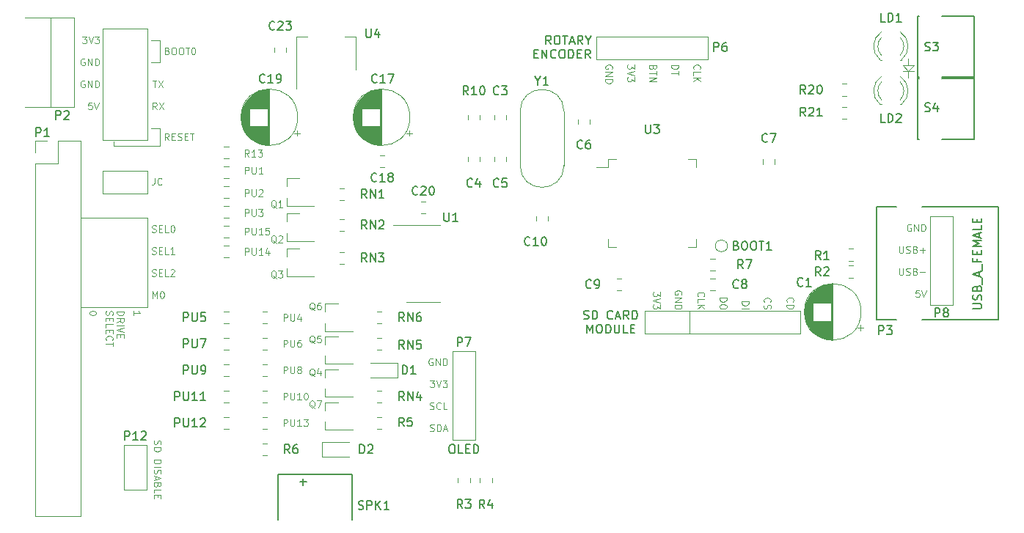
<source format=gbr>
G04 #@! TF.GenerationSoftware,KiCad,Pcbnew,(6.0.9)*
G04 #@! TF.CreationDate,2022-12-15T10:14:16-07:00*
G04 #@! TF.ProjectId,OpenFlops,4f70656e-466c-46f7-9073-2e6b69636164,1*
G04 #@! TF.SameCoordinates,PX6312cb0PY6bcb370*
G04 #@! TF.FileFunction,Legend,Top*
G04 #@! TF.FilePolarity,Positive*
%FSLAX46Y46*%
G04 Gerber Fmt 4.6, Leading zero omitted, Abs format (unit mm)*
G04 Created by KiCad (PCBNEW (6.0.9)) date 2022-12-15 10:14:16*
%MOMM*%
%LPD*%
G01*
G04 APERTURE LIST*
%ADD10C,0.120000*%
%ADD11C,0.150000*%
%ADD12C,0.200000*%
%ADD13C,0.127000*%
G04 APERTURE END LIST*
D10*
X-5648000Y56194000D02*
X-8636000Y56194000D01*
X5969000Y53594000D02*
X6985000Y53594000D01*
X6985000Y53594000D02*
X6985000Y51054000D01*
X93345000Y50038000D02*
X92710000Y50673000D01*
X6985000Y43434000D02*
X5969000Y43434000D01*
X6985000Y41402000D02*
X6985000Y43434000D01*
X1651000Y41402000D02*
X6985000Y41402000D01*
X-2219000Y22800000D02*
X-2219000Y33083500D01*
X1651000Y41910000D02*
X1651000Y41402000D01*
X92710000Y50038000D02*
X93980000Y50038000D01*
X-5648000Y45914000D02*
X-8636000Y45914000D01*
X-2222500Y33080000D02*
X5521000Y33080000D01*
X92710000Y50673000D02*
X93980000Y50673000D01*
X93345000Y50673000D02*
X93345000Y51435000D01*
X5521000Y33080000D02*
X5521000Y22800000D01*
X5521000Y22800000D02*
X-2219000Y22800000D01*
X93345000Y50038000D02*
X93345000Y49276000D01*
X6985000Y51054000D02*
X5969000Y51054000D01*
X93980000Y50673000D02*
X93345000Y50038000D01*
X-2006477Y54032096D02*
X-1511239Y54032096D01*
X-1777905Y53727334D01*
X-1663620Y53727334D01*
X-1587429Y53689239D01*
X-1549334Y53651143D01*
X-1511239Y53574953D01*
X-1511239Y53384477D01*
X-1549334Y53308286D01*
X-1587429Y53270191D01*
X-1663620Y53232096D01*
X-1892191Y53232096D01*
X-1968381Y53270191D01*
X-2006477Y53308286D01*
X-1282667Y54032096D02*
X-1016000Y53232096D01*
X-749334Y54032096D01*
X-558858Y54032096D02*
X-63620Y54032096D01*
X-330286Y53727334D01*
X-216000Y53727334D01*
X-139810Y53689239D01*
X-101715Y53651143D01*
X-63620Y53574953D01*
X-63620Y53384477D01*
X-101715Y53308286D01*
X-139810Y53270191D01*
X-216000Y53232096D01*
X-444572Y53232096D01*
X-520762Y53270191D01*
X-558858Y53308286D01*
X-1739810Y51454000D02*
X-1816001Y51492096D01*
X-1930286Y51492096D01*
X-2044572Y51454000D01*
X-2120763Y51377810D01*
X-2158858Y51301620D01*
X-2196953Y51149239D01*
X-2196953Y51034953D01*
X-2158858Y50882572D01*
X-2120763Y50806381D01*
X-2044572Y50730191D01*
X-1930286Y50692096D01*
X-1854096Y50692096D01*
X-1739810Y50730191D01*
X-1701715Y50768286D01*
X-1701715Y51034953D01*
X-1854096Y51034953D01*
X-1358858Y50692096D02*
X-1358858Y51492096D01*
X-901715Y50692096D01*
X-901715Y51492096D01*
X-520763Y50692096D02*
X-520763Y51492096D01*
X-330286Y51492096D01*
X-216001Y51454000D01*
X-139810Y51377810D01*
X-101715Y51301620D01*
X-63620Y51149239D01*
X-63620Y51034953D01*
X-101715Y50882572D01*
X-139810Y50806381D01*
X-216001Y50730191D01*
X-330286Y50692096D01*
X-520763Y50692096D01*
X-1739810Y48914000D02*
X-1816001Y48952096D01*
X-1930286Y48952096D01*
X-2044572Y48914000D01*
X-2120763Y48837810D01*
X-2158858Y48761620D01*
X-2196953Y48609239D01*
X-2196953Y48494953D01*
X-2158858Y48342572D01*
X-2120763Y48266381D01*
X-2044572Y48190191D01*
X-1930286Y48152096D01*
X-1854096Y48152096D01*
X-1739810Y48190191D01*
X-1701715Y48228286D01*
X-1701715Y48494953D01*
X-1854096Y48494953D01*
X-1358858Y48152096D02*
X-1358858Y48952096D01*
X-901715Y48152096D01*
X-901715Y48952096D01*
X-520763Y48152096D02*
X-520763Y48952096D01*
X-330286Y48952096D01*
X-216001Y48914000D01*
X-139810Y48837810D01*
X-101715Y48761620D01*
X-63620Y48609239D01*
X-63620Y48494953D01*
X-101715Y48342572D01*
X-139810Y48266381D01*
X-216001Y48190191D01*
X-330286Y48152096D01*
X-520763Y48152096D01*
X-914429Y46412096D02*
X-1295382Y46412096D01*
X-1333477Y46031143D01*
X-1295382Y46069239D01*
X-1219191Y46107334D01*
X-1028715Y46107334D01*
X-952525Y46069239D01*
X-914429Y46031143D01*
X-876334Y45954953D01*
X-876334Y45764477D01*
X-914429Y45688286D01*
X-952525Y45650191D01*
X-1028715Y45612096D01*
X-1219191Y45612096D01*
X-1295382Y45650191D01*
X-1333477Y45688286D01*
X-647763Y46412096D02*
X-381096Y45612096D01*
X-114429Y46412096D01*
X-396905Y22136096D02*
X-396905Y22059905D01*
X-435000Y21983715D01*
X-473096Y21945620D01*
X-549286Y21907524D01*
X-701667Y21869429D01*
X-892143Y21869429D01*
X-1044524Y21907524D01*
X-1120715Y21945620D01*
X-1158810Y21983715D01*
X-1196905Y22059905D01*
X-1196905Y22136096D01*
X-1158810Y22212286D01*
X-1120715Y22250381D01*
X-1044524Y22288477D01*
X-892143Y22326572D01*
X-701667Y22326572D01*
X-549286Y22288477D01*
X-473096Y22250381D01*
X-435000Y22212286D01*
X-396905Y22136096D01*
X3883095Y21869429D02*
X3883095Y22326572D01*
X3883095Y22098000D02*
X4683095Y22098000D01*
X4568809Y22174191D01*
X4492619Y22250381D01*
X4454523Y22326572D01*
X6318285Y37703096D02*
X6318285Y37131667D01*
X6280190Y37017381D01*
X6204000Y36941191D01*
X6089714Y36903096D01*
X6013523Y36903096D01*
X7156380Y36979286D02*
X7118285Y36941191D01*
X7004000Y36903096D01*
X6927809Y36903096D01*
X6813523Y36941191D01*
X6737333Y37017381D01*
X6699238Y37093572D01*
X6661142Y37245953D01*
X6661142Y37360239D01*
X6699238Y37512620D01*
X6737333Y37588810D01*
X6813523Y37665000D01*
X6927809Y37703096D01*
X7004000Y37703096D01*
X7118285Y37665000D01*
X7156380Y37626905D01*
X6083380Y23822096D02*
X6083380Y24622096D01*
X6350047Y24050667D01*
X6616714Y24622096D01*
X6616714Y23822096D01*
X7150047Y24622096D02*
X7226238Y24622096D01*
X7302428Y24584000D01*
X7340523Y24545905D01*
X7378619Y24469715D01*
X7416714Y24317334D01*
X7416714Y24126858D01*
X7378619Y23974477D01*
X7340523Y23898286D01*
X7302428Y23860191D01*
X7226238Y23822096D01*
X7150047Y23822096D01*
X7073857Y23860191D01*
X7035761Y23898286D01*
X6997666Y23974477D01*
X6959571Y24126858D01*
X6959571Y24317334D01*
X6997666Y24469715D01*
X7035761Y24545905D01*
X7073857Y24584000D01*
X7150047Y24622096D01*
X68602285Y50260191D02*
X68564190Y50298286D01*
X68526095Y50412572D01*
X68526095Y50488762D01*
X68564190Y50603048D01*
X68640380Y50679239D01*
X68716571Y50717334D01*
X68868952Y50755429D01*
X68983238Y50755429D01*
X69135619Y50717334D01*
X69211809Y50679239D01*
X69288000Y50603048D01*
X69326095Y50488762D01*
X69326095Y50412572D01*
X69288000Y50298286D01*
X69249904Y50260191D01*
X68526095Y49536381D02*
X68526095Y49917334D01*
X69326095Y49917334D01*
X68526095Y49269715D02*
X69326095Y49269715D01*
X68526095Y48812572D02*
X68983238Y49155429D01*
X69326095Y48812572D02*
X68868952Y49269715D01*
X65986095Y50717333D02*
X66786095Y50717333D01*
X66786095Y50526857D01*
X66748000Y50412571D01*
X66671809Y50336381D01*
X66595619Y50298286D01*
X66443238Y50260190D01*
X66328952Y50260190D01*
X66176571Y50298286D01*
X66100380Y50336381D01*
X66024190Y50412571D01*
X65986095Y50526857D01*
X65986095Y50717333D01*
X66786095Y50031619D02*
X66786095Y49574476D01*
X65986095Y49803047D02*
X66786095Y49803047D01*
X63865142Y50450667D02*
X63827047Y50336381D01*
X63788952Y50298286D01*
X63712761Y50260191D01*
X63598476Y50260191D01*
X63522285Y50298286D01*
X63484190Y50336381D01*
X63446095Y50412572D01*
X63446095Y50717334D01*
X64246095Y50717334D01*
X64246095Y50450667D01*
X64208000Y50374477D01*
X64169904Y50336381D01*
X64093714Y50298286D01*
X64017523Y50298286D01*
X63941333Y50336381D01*
X63903238Y50374477D01*
X63865142Y50450667D01*
X63865142Y50717334D01*
X64246095Y50031620D02*
X64246095Y49574477D01*
X63446095Y49803048D02*
X64246095Y49803048D01*
X63446095Y49307810D02*
X64246095Y49307810D01*
X63446095Y48850667D01*
X64246095Y48850667D01*
X61706095Y50793524D02*
X61706095Y50298286D01*
X61401333Y50564952D01*
X61401333Y50450667D01*
X61363238Y50374476D01*
X61325142Y50336381D01*
X61248952Y50298286D01*
X61058476Y50298286D01*
X60982285Y50336381D01*
X60944190Y50374476D01*
X60906095Y50450667D01*
X60906095Y50679238D01*
X60944190Y50755428D01*
X60982285Y50793524D01*
X61706095Y50069714D02*
X60906095Y49803047D01*
X61706095Y49536381D01*
X61706095Y49345905D02*
X61706095Y48850667D01*
X61401333Y49117333D01*
X61401333Y49003047D01*
X61363238Y48926857D01*
X61325142Y48888762D01*
X61248952Y48850667D01*
X61058476Y48850667D01*
X60982285Y48888762D01*
X60944190Y48926857D01*
X60906095Y49003047D01*
X60906095Y49231619D01*
X60944190Y49307809D01*
X60982285Y49345905D01*
X59128000Y50298286D02*
X59166095Y50374477D01*
X59166095Y50488762D01*
X59128000Y50603048D01*
X59051809Y50679239D01*
X58975619Y50717334D01*
X58823238Y50755429D01*
X58708952Y50755429D01*
X58556571Y50717334D01*
X58480380Y50679239D01*
X58404190Y50603048D01*
X58366095Y50488762D01*
X58366095Y50412572D01*
X58404190Y50298286D01*
X58442285Y50260191D01*
X58708952Y50260191D01*
X58708952Y50412572D01*
X58366095Y49917334D02*
X59166095Y49917334D01*
X58366095Y49460191D01*
X59166095Y49460191D01*
X58366095Y49079239D02*
X59166095Y49079239D01*
X59166095Y48888762D01*
X59128000Y48774477D01*
X59051809Y48698286D01*
X58975619Y48660191D01*
X58823238Y48622096D01*
X58708952Y48622096D01*
X58556571Y48660191D01*
X58480380Y48698286D01*
X58404190Y48774477D01*
X58366095Y48888762D01*
X58366095Y49079239D01*
X38411238Y16837000D02*
X38335047Y16875096D01*
X38220762Y16875096D01*
X38106476Y16837000D01*
X38030285Y16760810D01*
X37992190Y16684620D01*
X37954095Y16532239D01*
X37954095Y16417953D01*
X37992190Y16265572D01*
X38030285Y16189381D01*
X38106476Y16113191D01*
X38220762Y16075096D01*
X38296952Y16075096D01*
X38411238Y16113191D01*
X38449333Y16151286D01*
X38449333Y16417953D01*
X38296952Y16417953D01*
X38792190Y16075096D02*
X38792190Y16875096D01*
X39249333Y16075096D01*
X39249333Y16875096D01*
X39630285Y16075096D02*
X39630285Y16875096D01*
X39820762Y16875096D01*
X39935047Y16837000D01*
X40011238Y16760810D01*
X40049333Y16684620D01*
X40087428Y16532239D01*
X40087428Y16417953D01*
X40049333Y16265572D01*
X40011238Y16189381D01*
X39935047Y16113191D01*
X39820762Y16075096D01*
X39630285Y16075096D01*
X38144571Y14335096D02*
X38639809Y14335096D01*
X38373143Y14030334D01*
X38487428Y14030334D01*
X38563619Y13992239D01*
X38601714Y13954143D01*
X38639809Y13877953D01*
X38639809Y13687477D01*
X38601714Y13611286D01*
X38563619Y13573191D01*
X38487428Y13535096D01*
X38258857Y13535096D01*
X38182667Y13573191D01*
X38144571Y13611286D01*
X38868381Y14335096D02*
X39135048Y13535096D01*
X39401714Y14335096D01*
X39592190Y14335096D02*
X40087428Y14335096D01*
X39820762Y14030334D01*
X39935048Y14030334D01*
X40011238Y13992239D01*
X40049333Y13954143D01*
X40087428Y13877953D01*
X40087428Y13687477D01*
X40049333Y13611286D01*
X40011238Y13573191D01*
X39935048Y13535096D01*
X39706476Y13535096D01*
X39630286Y13573191D01*
X39592190Y13611286D01*
X38106476Y11033191D02*
X38220761Y10995096D01*
X38411237Y10995096D01*
X38487428Y11033191D01*
X38525523Y11071286D01*
X38563618Y11147477D01*
X38563618Y11223667D01*
X38525523Y11299858D01*
X38487428Y11337953D01*
X38411237Y11376048D01*
X38258857Y11414143D01*
X38182666Y11452239D01*
X38144571Y11490334D01*
X38106476Y11566524D01*
X38106476Y11642715D01*
X38144571Y11718905D01*
X38182666Y11757000D01*
X38258857Y11795096D01*
X38449333Y11795096D01*
X38563618Y11757000D01*
X39363618Y11071286D02*
X39325523Y11033191D01*
X39211237Y10995096D01*
X39135047Y10995096D01*
X39020761Y11033191D01*
X38944571Y11109381D01*
X38906476Y11185572D01*
X38868380Y11337953D01*
X38868380Y11452239D01*
X38906476Y11604620D01*
X38944571Y11680810D01*
X39020761Y11757000D01*
X39135047Y11795096D01*
X39211237Y11795096D01*
X39325523Y11757000D01*
X39363618Y11718905D01*
X40087428Y10995096D02*
X39706476Y10995096D01*
X39706476Y11795096D01*
X38144571Y8493191D02*
X38258857Y8455096D01*
X38449333Y8455096D01*
X38525523Y8493191D01*
X38563619Y8531286D01*
X38601714Y8607477D01*
X38601714Y8683667D01*
X38563619Y8759858D01*
X38525523Y8797953D01*
X38449333Y8836048D01*
X38296952Y8874143D01*
X38220761Y8912239D01*
X38182666Y8950334D01*
X38144571Y9026524D01*
X38144571Y9102715D01*
X38182666Y9178905D01*
X38220761Y9217000D01*
X38296952Y9255096D01*
X38487428Y9255096D01*
X38601714Y9217000D01*
X38944571Y8455096D02*
X38944571Y9255096D01*
X39135047Y9255096D01*
X39249333Y9217000D01*
X39325523Y9140810D01*
X39363619Y9064620D01*
X39401714Y8912239D01*
X39401714Y8797953D01*
X39363619Y8645572D01*
X39325523Y8569381D01*
X39249333Y8493191D01*
X39135047Y8455096D01*
X38944571Y8455096D01*
X39706476Y8683667D02*
X40087428Y8683667D01*
X39630285Y8455096D02*
X39896952Y9255096D01*
X40163619Y8455096D01*
D11*
X40584619Y6897620D02*
X40775095Y6897620D01*
X40870333Y6850000D01*
X40965571Y6754762D01*
X41013190Y6564286D01*
X41013190Y6230953D01*
X40965571Y6040477D01*
X40870333Y5945239D01*
X40775095Y5897620D01*
X40584619Y5897620D01*
X40489380Y5945239D01*
X40394142Y6040477D01*
X40346523Y6230953D01*
X40346523Y6564286D01*
X40394142Y6754762D01*
X40489380Y6850000D01*
X40584619Y6897620D01*
X41917952Y5897620D02*
X41441761Y5897620D01*
X41441761Y6897620D01*
X42251285Y6421429D02*
X42584619Y6421429D01*
X42727476Y5897620D02*
X42251285Y5897620D01*
X42251285Y6897620D01*
X42727476Y6897620D01*
X43156047Y5897620D02*
X43156047Y6897620D01*
X43394142Y6897620D01*
X43537000Y6850000D01*
X43632238Y6754762D01*
X43679857Y6659524D01*
X43727476Y6469048D01*
X43727476Y6326191D01*
X43679857Y6135715D01*
X43632238Y6040477D01*
X43537000Y5945239D01*
X43394142Y5897620D01*
X43156047Y5897620D01*
D10*
X94589619Y24749096D02*
X94208666Y24749096D01*
X94170571Y24368143D01*
X94208666Y24406239D01*
X94284857Y24444334D01*
X94475333Y24444334D01*
X94551523Y24406239D01*
X94589619Y24368143D01*
X94627714Y24291953D01*
X94627714Y24101477D01*
X94589619Y24025286D01*
X94551523Y23987191D01*
X94475333Y23949096D01*
X94284857Y23949096D01*
X94208666Y23987191D01*
X94170571Y24025286D01*
X94856285Y24749096D02*
X95122952Y23949096D01*
X95389619Y24749096D01*
X92265810Y27289096D02*
X92265810Y26641477D01*
X92303905Y26565286D01*
X92342000Y26527191D01*
X92418191Y26489096D01*
X92570572Y26489096D01*
X92646762Y26527191D01*
X92684857Y26565286D01*
X92722952Y26641477D01*
X92722952Y27289096D01*
X93065810Y26527191D02*
X93180095Y26489096D01*
X93370572Y26489096D01*
X93446762Y26527191D01*
X93484857Y26565286D01*
X93522952Y26641477D01*
X93522952Y26717667D01*
X93484857Y26793858D01*
X93446762Y26831953D01*
X93370572Y26870048D01*
X93218191Y26908143D01*
X93142000Y26946239D01*
X93103905Y26984334D01*
X93065810Y27060524D01*
X93065810Y27136715D01*
X93103905Y27212905D01*
X93142000Y27251000D01*
X93218191Y27289096D01*
X93408667Y27289096D01*
X93522952Y27251000D01*
X94132476Y26908143D02*
X94246762Y26870048D01*
X94284857Y26831953D01*
X94322952Y26755762D01*
X94322952Y26641477D01*
X94284857Y26565286D01*
X94246762Y26527191D01*
X94170572Y26489096D01*
X93865810Y26489096D01*
X93865810Y27289096D01*
X94132476Y27289096D01*
X94208667Y27251000D01*
X94246762Y27212905D01*
X94284857Y27136715D01*
X94284857Y27060524D01*
X94246762Y26984334D01*
X94208667Y26946239D01*
X94132476Y26908143D01*
X93865810Y26908143D01*
X94665810Y26793858D02*
X95275333Y26793858D01*
X92265810Y29829096D02*
X92265810Y29181477D01*
X92303905Y29105286D01*
X92342000Y29067191D01*
X92418191Y29029096D01*
X92570572Y29029096D01*
X92646762Y29067191D01*
X92684857Y29105286D01*
X92722952Y29181477D01*
X92722952Y29829096D01*
X93065810Y29067191D02*
X93180095Y29029096D01*
X93370572Y29029096D01*
X93446762Y29067191D01*
X93484857Y29105286D01*
X93522952Y29181477D01*
X93522952Y29257667D01*
X93484857Y29333858D01*
X93446762Y29371953D01*
X93370572Y29410048D01*
X93218191Y29448143D01*
X93142000Y29486239D01*
X93103905Y29524334D01*
X93065810Y29600524D01*
X93065810Y29676715D01*
X93103905Y29752905D01*
X93142000Y29791000D01*
X93218191Y29829096D01*
X93408667Y29829096D01*
X93522952Y29791000D01*
X94132476Y29448143D02*
X94246762Y29410048D01*
X94284857Y29371953D01*
X94322952Y29295762D01*
X94322952Y29181477D01*
X94284857Y29105286D01*
X94246762Y29067191D01*
X94170572Y29029096D01*
X93865810Y29029096D01*
X93865810Y29829096D01*
X94132476Y29829096D01*
X94208667Y29791000D01*
X94246762Y29752905D01*
X94284857Y29676715D01*
X94284857Y29600524D01*
X94246762Y29524334D01*
X94208667Y29486239D01*
X94132476Y29448143D01*
X93865810Y29448143D01*
X94665810Y29333858D02*
X95275333Y29333858D01*
X94970572Y29029096D02*
X94970572Y29638620D01*
X93637238Y32331000D02*
X93561047Y32369096D01*
X93446762Y32369096D01*
X93332476Y32331000D01*
X93256285Y32254810D01*
X93218190Y32178620D01*
X93180095Y32026239D01*
X93180095Y31911953D01*
X93218190Y31759572D01*
X93256285Y31683381D01*
X93332476Y31607191D01*
X93446762Y31569096D01*
X93522952Y31569096D01*
X93637238Y31607191D01*
X93675333Y31645286D01*
X93675333Y31911953D01*
X93522952Y31911953D01*
X94018190Y31569096D02*
X94018190Y32369096D01*
X94475333Y31569096D01*
X94475333Y32369096D01*
X94856285Y31569096D02*
X94856285Y32369096D01*
X95046762Y32369096D01*
X95161047Y32331000D01*
X95237238Y32254810D01*
X95275333Y32178620D01*
X95313428Y32026239D01*
X95313428Y31911953D01*
X95275333Y31759572D01*
X95237238Y31683381D01*
X95161047Y31607191D01*
X95046762Y31569096D01*
X94856285Y31569096D01*
D11*
X23114047Y2595572D02*
X23875952Y2595572D01*
X23495000Y2214620D02*
X23495000Y2976524D01*
D10*
X6045285Y26400191D02*
X6159571Y26362096D01*
X6350047Y26362096D01*
X6426238Y26400191D01*
X6464333Y26438286D01*
X6502428Y26514477D01*
X6502428Y26590667D01*
X6464333Y26666858D01*
X6426238Y26704953D01*
X6350047Y26743048D01*
X6197666Y26781143D01*
X6121476Y26819239D01*
X6083381Y26857334D01*
X6045285Y26933524D01*
X6045285Y27009715D01*
X6083381Y27085905D01*
X6121476Y27124000D01*
X6197666Y27162096D01*
X6388143Y27162096D01*
X6502428Y27124000D01*
X6845285Y26781143D02*
X7111952Y26781143D01*
X7226238Y26362096D02*
X6845285Y26362096D01*
X6845285Y27162096D01*
X7226238Y27162096D01*
X7950047Y26362096D02*
X7569095Y26362096D01*
X7569095Y27162096D01*
X8178619Y27085905D02*
X8216714Y27124000D01*
X8292904Y27162096D01*
X8483381Y27162096D01*
X8559571Y27124000D01*
X8597666Y27085905D01*
X8635762Y27009715D01*
X8635762Y26933524D01*
X8597666Y26819239D01*
X8140524Y26362096D01*
X8635762Y26362096D01*
X6045285Y28940191D02*
X6159571Y28902096D01*
X6350047Y28902096D01*
X6426238Y28940191D01*
X6464333Y28978286D01*
X6502428Y29054477D01*
X6502428Y29130667D01*
X6464333Y29206858D01*
X6426238Y29244953D01*
X6350047Y29283048D01*
X6197666Y29321143D01*
X6121476Y29359239D01*
X6083381Y29397334D01*
X6045285Y29473524D01*
X6045285Y29549715D01*
X6083381Y29625905D01*
X6121476Y29664000D01*
X6197666Y29702096D01*
X6388143Y29702096D01*
X6502428Y29664000D01*
X6845285Y29321143D02*
X7111952Y29321143D01*
X7226238Y28902096D02*
X6845285Y28902096D01*
X6845285Y29702096D01*
X7226238Y29702096D01*
X7950047Y28902096D02*
X7569095Y28902096D01*
X7569095Y29702096D01*
X8635762Y28902096D02*
X8178619Y28902096D01*
X8407190Y28902096D02*
X8407190Y29702096D01*
X8331000Y29587810D01*
X8254809Y29511620D01*
X8178619Y29473524D01*
X6045285Y31480191D02*
X6159571Y31442096D01*
X6350047Y31442096D01*
X6426238Y31480191D01*
X6464333Y31518286D01*
X6502428Y31594477D01*
X6502428Y31670667D01*
X6464333Y31746858D01*
X6426238Y31784953D01*
X6350047Y31823048D01*
X6197666Y31861143D01*
X6121476Y31899239D01*
X6083381Y31937334D01*
X6045285Y32013524D01*
X6045285Y32089715D01*
X6083381Y32165905D01*
X6121476Y32204000D01*
X6197666Y32242096D01*
X6388143Y32242096D01*
X6502428Y32204000D01*
X6845285Y31861143D02*
X7111952Y31861143D01*
X7226238Y31442096D02*
X6845285Y31442096D01*
X6845285Y32242096D01*
X7226238Y32242096D01*
X7950047Y31442096D02*
X7569095Y31442096D01*
X7569095Y32242096D01*
X8369095Y32242096D02*
X8445285Y32242096D01*
X8521476Y32204000D01*
X8559571Y32165905D01*
X8597666Y32089715D01*
X8635762Y31937334D01*
X8635762Y31746858D01*
X8597666Y31594477D01*
X8559571Y31518286D01*
X8521476Y31480191D01*
X8445285Y31442096D01*
X8369095Y31442096D01*
X8292904Y31480191D01*
X8254809Y31518286D01*
X8216714Y31594477D01*
X8178619Y31746858D01*
X8178619Y31937334D01*
X8216714Y32089715D01*
X8254809Y32165905D01*
X8292904Y32204000D01*
X8369095Y32242096D01*
X1987095Y22270476D02*
X2787095Y22270476D01*
X2787095Y22080000D01*
X2749000Y21965714D01*
X2672809Y21889524D01*
X2596619Y21851429D01*
X2444238Y21813333D01*
X2329952Y21813333D01*
X2177571Y21851429D01*
X2101380Y21889524D01*
X2025190Y21965714D01*
X1987095Y22080000D01*
X1987095Y22270476D01*
X1987095Y21013333D02*
X2368047Y21280000D01*
X1987095Y21470476D02*
X2787095Y21470476D01*
X2787095Y21165714D01*
X2749000Y21089524D01*
X2710904Y21051429D01*
X2634714Y21013333D01*
X2520428Y21013333D01*
X2444238Y21051429D01*
X2406142Y21089524D01*
X2368047Y21165714D01*
X2368047Y21470476D01*
X1987095Y20670476D02*
X2787095Y20670476D01*
X2787095Y20403810D02*
X1987095Y20137143D01*
X2787095Y19870476D01*
X2406142Y19603810D02*
X2406142Y19337143D01*
X1987095Y19222857D02*
X1987095Y19603810D01*
X2787095Y19603810D01*
X2787095Y19222857D01*
X737190Y22308572D02*
X699095Y22194286D01*
X699095Y22003810D01*
X737190Y21927619D01*
X775285Y21889524D01*
X851476Y21851429D01*
X927666Y21851429D01*
X1003857Y21889524D01*
X1041952Y21927619D01*
X1080047Y22003810D01*
X1118142Y22156191D01*
X1156238Y22232381D01*
X1194333Y22270476D01*
X1270523Y22308572D01*
X1346714Y22308572D01*
X1422904Y22270476D01*
X1461000Y22232381D01*
X1499095Y22156191D01*
X1499095Y21965714D01*
X1461000Y21851429D01*
X1118142Y21508572D02*
X1118142Y21241905D01*
X699095Y21127619D02*
X699095Y21508572D01*
X1499095Y21508572D01*
X1499095Y21127619D01*
X699095Y20403810D02*
X699095Y20784762D01*
X1499095Y20784762D01*
X1118142Y20137143D02*
X1118142Y19870476D01*
X699095Y19756191D02*
X699095Y20137143D01*
X1499095Y20137143D01*
X1499095Y19756191D01*
X775285Y18956191D02*
X737190Y18994286D01*
X699095Y19108572D01*
X699095Y19184762D01*
X737190Y19299048D01*
X813380Y19375238D01*
X889571Y19413333D01*
X1041952Y19451429D01*
X1156238Y19451429D01*
X1308619Y19413333D01*
X1384809Y19375238D01*
X1461000Y19299048D01*
X1499095Y19184762D01*
X1499095Y19108572D01*
X1461000Y18994286D01*
X1422904Y18956191D01*
X1499095Y18727619D02*
X1499095Y18270476D01*
X699095Y18499048D02*
X1499095Y18499048D01*
X67114000Y24239524D02*
X67152095Y24315715D01*
X67152095Y24430000D01*
X67114000Y24544286D01*
X67037809Y24620477D01*
X66961619Y24658572D01*
X66809238Y24696667D01*
X66694952Y24696667D01*
X66542571Y24658572D01*
X66466380Y24620477D01*
X66390190Y24544286D01*
X66352095Y24430000D01*
X66352095Y24353810D01*
X66390190Y24239524D01*
X66428285Y24201429D01*
X66694952Y24201429D01*
X66694952Y24353810D01*
X66352095Y23858572D02*
X67152095Y23858572D01*
X66352095Y23401429D01*
X67152095Y23401429D01*
X66352095Y23020477D02*
X67152095Y23020477D01*
X67152095Y22830000D01*
X67114000Y22715715D01*
X67037809Y22639524D01*
X66961619Y22601429D01*
X66809238Y22563334D01*
X66694952Y22563334D01*
X66542571Y22601429D01*
X66466380Y22639524D01*
X66390190Y22715715D01*
X66352095Y22830000D01*
X66352095Y23020477D01*
X6089904Y48952096D02*
X6547047Y48952096D01*
X6318475Y48152096D02*
X6318475Y48952096D01*
X6737523Y48952096D02*
X7270856Y48152096D01*
X7270856Y48952096D02*
X6737523Y48152096D01*
D11*
X52084214Y53125120D02*
X51750880Y53601310D01*
X51512785Y53125120D02*
X51512785Y54125120D01*
X51893738Y54125120D01*
X51988976Y54077500D01*
X52036595Y54029881D01*
X52084214Y53934643D01*
X52084214Y53791786D01*
X52036595Y53696548D01*
X51988976Y53648929D01*
X51893738Y53601310D01*
X51512785Y53601310D01*
X52703261Y54125120D02*
X52893738Y54125120D01*
X52988976Y54077500D01*
X53084214Y53982262D01*
X53131833Y53791786D01*
X53131833Y53458453D01*
X53084214Y53267977D01*
X52988976Y53172739D01*
X52893738Y53125120D01*
X52703261Y53125120D01*
X52608023Y53172739D01*
X52512785Y53267977D01*
X52465166Y53458453D01*
X52465166Y53791786D01*
X52512785Y53982262D01*
X52608023Y54077500D01*
X52703261Y54125120D01*
X53417547Y54125120D02*
X53988976Y54125120D01*
X53703261Y53125120D02*
X53703261Y54125120D01*
X54274690Y53410834D02*
X54750880Y53410834D01*
X54179452Y53125120D02*
X54512785Y54125120D01*
X54846119Y53125120D01*
X55750880Y53125120D02*
X55417547Y53601310D01*
X55179452Y53125120D02*
X55179452Y54125120D01*
X55560404Y54125120D01*
X55655642Y54077500D01*
X55703261Y54029881D01*
X55750880Y53934643D01*
X55750880Y53791786D01*
X55703261Y53696548D01*
X55655642Y53648929D01*
X55560404Y53601310D01*
X55179452Y53601310D01*
X56369928Y53601310D02*
X56369928Y53125120D01*
X56036595Y54125120D02*
X56369928Y53601310D01*
X56703261Y54125120D01*
X50131833Y52038929D02*
X50465166Y52038929D01*
X50608023Y51515120D02*
X50131833Y51515120D01*
X50131833Y52515120D01*
X50608023Y52515120D01*
X51036595Y51515120D02*
X51036595Y52515120D01*
X51608023Y51515120D01*
X51608023Y52515120D01*
X52655642Y51610358D02*
X52608023Y51562739D01*
X52465166Y51515120D01*
X52369928Y51515120D01*
X52227071Y51562739D01*
X52131833Y51657977D01*
X52084214Y51753215D01*
X52036595Y51943691D01*
X52036595Y52086548D01*
X52084214Y52277024D01*
X52131833Y52372262D01*
X52227071Y52467500D01*
X52369928Y52515120D01*
X52465166Y52515120D01*
X52608023Y52467500D01*
X52655642Y52419881D01*
X53274690Y52515120D02*
X53465166Y52515120D01*
X53560404Y52467500D01*
X53655642Y52372262D01*
X53703261Y52181786D01*
X53703261Y51848453D01*
X53655642Y51657977D01*
X53560404Y51562739D01*
X53465166Y51515120D01*
X53274690Y51515120D01*
X53179452Y51562739D01*
X53084214Y51657977D01*
X53036595Y51848453D01*
X53036595Y52181786D01*
X53084214Y52372262D01*
X53179452Y52467500D01*
X53274690Y52515120D01*
X54131833Y51515120D02*
X54131833Y52515120D01*
X54369928Y52515120D01*
X54512785Y52467500D01*
X54608023Y52372262D01*
X54655642Y52277024D01*
X54703261Y52086548D01*
X54703261Y51943691D01*
X54655642Y51753215D01*
X54608023Y51657977D01*
X54512785Y51562739D01*
X54369928Y51515120D01*
X54131833Y51515120D01*
X55131833Y52038929D02*
X55465166Y52038929D01*
X55608023Y51515120D02*
X55131833Y51515120D01*
X55131833Y52515120D01*
X55608023Y52515120D01*
X56608023Y51515120D02*
X56274690Y51991310D01*
X56036595Y51515120D02*
X56036595Y52515120D01*
X56417547Y52515120D01*
X56512785Y52467500D01*
X56560404Y52419881D01*
X56608023Y52324643D01*
X56608023Y52181786D01*
X56560404Y52086548D01*
X56512785Y52038929D01*
X56417547Y51991310D01*
X56036595Y51991310D01*
D10*
X79368285Y23382381D02*
X79330190Y23420477D01*
X79292095Y23534762D01*
X79292095Y23610953D01*
X79330190Y23725239D01*
X79406380Y23801429D01*
X79482571Y23839524D01*
X79634952Y23877620D01*
X79749238Y23877620D01*
X79901619Y23839524D01*
X79977809Y23801429D01*
X80054000Y23725239D01*
X80092095Y23610953D01*
X80092095Y23534762D01*
X80054000Y23420477D01*
X80015904Y23382381D01*
X79292095Y23039524D02*
X80092095Y23039524D01*
X80092095Y22849048D01*
X80054000Y22734762D01*
X79977809Y22658572D01*
X79901619Y22620477D01*
X79749238Y22582381D01*
X79634952Y22582381D01*
X79482571Y22620477D01*
X79406380Y22658572D01*
X79330190Y22734762D01*
X79292095Y22849048D01*
X79292095Y23039524D01*
X76728285Y23363334D02*
X76690190Y23401429D01*
X76652095Y23515715D01*
X76652095Y23591905D01*
X76690190Y23706191D01*
X76766380Y23782381D01*
X76842571Y23820477D01*
X76994952Y23858572D01*
X77109238Y23858572D01*
X77261619Y23820477D01*
X77337809Y23782381D01*
X77414000Y23706191D01*
X77452095Y23591905D01*
X77452095Y23515715D01*
X77414000Y23401429D01*
X77375904Y23363334D01*
X76690190Y23058572D02*
X76652095Y22944286D01*
X76652095Y22753810D01*
X76690190Y22677620D01*
X76728285Y22639524D01*
X76804476Y22601429D01*
X76880666Y22601429D01*
X76956857Y22639524D01*
X76994952Y22677620D01*
X77033047Y22753810D01*
X77071142Y22906191D01*
X77109238Y22982381D01*
X77147333Y23020477D01*
X77223523Y23058572D01*
X77299714Y23058572D01*
X77375904Y23020477D01*
X77414000Y22982381D01*
X77452095Y22906191D01*
X77452095Y22715715D01*
X77414000Y22601429D01*
X6566094Y45612096D02*
X6299428Y45993048D01*
X6108951Y45612096D02*
X6108951Y46412096D01*
X6413713Y46412096D01*
X6489904Y46374000D01*
X6527999Y46335905D01*
X6566094Y46259715D01*
X6566094Y46145429D01*
X6527999Y46069239D01*
X6489904Y46031143D01*
X6413713Y45993048D01*
X6108951Y45993048D01*
X6832761Y46412096D02*
X7366094Y45612096D01*
X7366094Y46412096D02*
X6832761Y45612096D01*
D11*
X55868761Y21430239D02*
X56011619Y21382620D01*
X56249714Y21382620D01*
X56344952Y21430239D01*
X56392571Y21477858D01*
X56440190Y21573096D01*
X56440190Y21668334D01*
X56392571Y21763572D01*
X56344952Y21811191D01*
X56249714Y21858810D01*
X56059238Y21906429D01*
X55964000Y21954048D01*
X55916380Y22001667D01*
X55868761Y22096905D01*
X55868761Y22192143D01*
X55916380Y22287381D01*
X55964000Y22335000D01*
X56059238Y22382620D01*
X56297333Y22382620D01*
X56440190Y22335000D01*
X56868761Y21382620D02*
X56868761Y22382620D01*
X57106857Y22382620D01*
X57249714Y22335000D01*
X57344952Y22239762D01*
X57392571Y22144524D01*
X57440190Y21954048D01*
X57440190Y21811191D01*
X57392571Y21620715D01*
X57344952Y21525477D01*
X57249714Y21430239D01*
X57106857Y21382620D01*
X56868761Y21382620D01*
X59202095Y21477858D02*
X59154476Y21430239D01*
X59011619Y21382620D01*
X58916380Y21382620D01*
X58773523Y21430239D01*
X58678285Y21525477D01*
X58630666Y21620715D01*
X58583047Y21811191D01*
X58583047Y21954048D01*
X58630666Y22144524D01*
X58678285Y22239762D01*
X58773523Y22335000D01*
X58916380Y22382620D01*
X59011619Y22382620D01*
X59154476Y22335000D01*
X59202095Y22287381D01*
X59583047Y21668334D02*
X60059238Y21668334D01*
X59487809Y21382620D02*
X59821142Y22382620D01*
X60154476Y21382620D01*
X61059238Y21382620D02*
X60725904Y21858810D01*
X60487809Y21382620D02*
X60487809Y22382620D01*
X60868761Y22382620D01*
X60964000Y22335000D01*
X61011619Y22287381D01*
X61059238Y22192143D01*
X61059238Y22049286D01*
X61011619Y21954048D01*
X60964000Y21906429D01*
X60868761Y21858810D01*
X60487809Y21858810D01*
X61487809Y21382620D02*
X61487809Y22382620D01*
X61725904Y22382620D01*
X61868761Y22335000D01*
X61964000Y22239762D01*
X62011619Y22144524D01*
X62059238Y21954048D01*
X62059238Y21811191D01*
X62011619Y21620715D01*
X61964000Y21525477D01*
X61868761Y21430239D01*
X61725904Y21382620D01*
X61487809Y21382620D01*
X56225904Y19772620D02*
X56225904Y20772620D01*
X56559238Y20058334D01*
X56892571Y20772620D01*
X56892571Y19772620D01*
X57559238Y20772620D02*
X57749714Y20772620D01*
X57844952Y20725000D01*
X57940190Y20629762D01*
X57987809Y20439286D01*
X57987809Y20105953D01*
X57940190Y19915477D01*
X57844952Y19820239D01*
X57749714Y19772620D01*
X57559238Y19772620D01*
X57464000Y19820239D01*
X57368761Y19915477D01*
X57321142Y20105953D01*
X57321142Y20439286D01*
X57368761Y20629762D01*
X57464000Y20725000D01*
X57559238Y20772620D01*
X58416380Y19772620D02*
X58416380Y20772620D01*
X58654476Y20772620D01*
X58797333Y20725000D01*
X58892571Y20629762D01*
X58940190Y20534524D01*
X58987809Y20344048D01*
X58987809Y20201191D01*
X58940190Y20010715D01*
X58892571Y19915477D01*
X58797333Y19820239D01*
X58654476Y19772620D01*
X58416380Y19772620D01*
X59416380Y20772620D02*
X59416380Y19963096D01*
X59464000Y19867858D01*
X59511619Y19820239D01*
X59606857Y19772620D01*
X59797333Y19772620D01*
X59892571Y19820239D01*
X59940190Y19867858D01*
X59987809Y19963096D01*
X59987809Y20772620D01*
X60940190Y19772620D02*
X60464000Y19772620D01*
X60464000Y20772620D01*
X61273523Y20296429D02*
X61606857Y20296429D01*
X61749714Y19772620D02*
X61273523Y19772620D01*
X61273523Y20772620D01*
X61749714Y20772620D01*
D10*
X69078285Y24006191D02*
X69040190Y24044286D01*
X69002095Y24158572D01*
X69002095Y24234762D01*
X69040190Y24349048D01*
X69116380Y24425239D01*
X69192571Y24463334D01*
X69344952Y24501429D01*
X69459238Y24501429D01*
X69611619Y24463334D01*
X69687809Y24425239D01*
X69764000Y24349048D01*
X69802095Y24234762D01*
X69802095Y24158572D01*
X69764000Y24044286D01*
X69725904Y24006191D01*
X69002095Y23282381D02*
X69002095Y23663334D01*
X69802095Y23663334D01*
X69002095Y23015715D02*
X69802095Y23015715D01*
X69002095Y22558572D02*
X69459238Y22901429D01*
X69802095Y22558572D02*
X69344952Y23015715D01*
D11*
X73477666Y29916429D02*
X73620523Y29868810D01*
X73668142Y29821191D01*
X73715761Y29725953D01*
X73715761Y29583096D01*
X73668142Y29487858D01*
X73620523Y29440239D01*
X73525285Y29392620D01*
X73144333Y29392620D01*
X73144333Y30392620D01*
X73477666Y30392620D01*
X73572904Y30345000D01*
X73620523Y30297381D01*
X73668142Y30202143D01*
X73668142Y30106905D01*
X73620523Y30011667D01*
X73572904Y29964048D01*
X73477666Y29916429D01*
X73144333Y29916429D01*
X74334809Y30392620D02*
X74525285Y30392620D01*
X74620523Y30345000D01*
X74715761Y30249762D01*
X74763380Y30059286D01*
X74763380Y29725953D01*
X74715761Y29535477D01*
X74620523Y29440239D01*
X74525285Y29392620D01*
X74334809Y29392620D01*
X74239571Y29440239D01*
X74144333Y29535477D01*
X74096714Y29725953D01*
X74096714Y30059286D01*
X74144333Y30249762D01*
X74239571Y30345000D01*
X74334809Y30392620D01*
X75382428Y30392620D02*
X75572904Y30392620D01*
X75668142Y30345000D01*
X75763380Y30249762D01*
X75811000Y30059286D01*
X75811000Y29725953D01*
X75763380Y29535477D01*
X75668142Y29440239D01*
X75572904Y29392620D01*
X75382428Y29392620D01*
X75287190Y29440239D01*
X75191952Y29535477D01*
X75144333Y29725953D01*
X75144333Y30059286D01*
X75191952Y30249762D01*
X75287190Y30345000D01*
X75382428Y30392620D01*
X76096714Y30392620D02*
X76668142Y30392620D01*
X76382428Y29392620D02*
X76382428Y30392620D01*
X77525285Y29392620D02*
X76953857Y29392620D01*
X77239571Y29392620D02*
X77239571Y30392620D01*
X77144333Y30249762D01*
X77049095Y30154524D01*
X76953857Y30106905D01*
D10*
X7982095Y42056096D02*
X7715428Y42437048D01*
X7524952Y42056096D02*
X7524952Y42856096D01*
X7829714Y42856096D01*
X7905904Y42818000D01*
X7944000Y42779905D01*
X7982095Y42703715D01*
X7982095Y42589429D01*
X7944000Y42513239D01*
X7905904Y42475143D01*
X7829714Y42437048D01*
X7524952Y42437048D01*
X8324952Y42475143D02*
X8591619Y42475143D01*
X8705904Y42056096D02*
X8324952Y42056096D01*
X8324952Y42856096D01*
X8705904Y42856096D01*
X9010666Y42094191D02*
X9124952Y42056096D01*
X9315428Y42056096D01*
X9391619Y42094191D01*
X9429714Y42132286D01*
X9467809Y42208477D01*
X9467809Y42284667D01*
X9429714Y42360858D01*
X9391619Y42398953D01*
X9315428Y42437048D01*
X9163047Y42475143D01*
X9086857Y42513239D01*
X9048761Y42551334D01*
X9010666Y42627524D01*
X9010666Y42703715D01*
X9048761Y42779905D01*
X9086857Y42818000D01*
X9163047Y42856096D01*
X9353523Y42856096D01*
X9467809Y42818000D01*
X9810666Y42475143D02*
X10077333Y42475143D01*
X10191619Y42056096D02*
X9810666Y42056096D01*
X9810666Y42856096D01*
X10191619Y42856096D01*
X10420190Y42856096D02*
X10877333Y42856096D01*
X10648761Y42056096D02*
X10648761Y42856096D01*
X7804333Y52381143D02*
X7918619Y52343048D01*
X7956714Y52304953D01*
X7994809Y52228762D01*
X7994809Y52114477D01*
X7956714Y52038286D01*
X7918619Y52000191D01*
X7842428Y51962096D01*
X7537666Y51962096D01*
X7537666Y52762096D01*
X7804333Y52762096D01*
X7880523Y52724000D01*
X7918619Y52685905D01*
X7956714Y52609715D01*
X7956714Y52533524D01*
X7918619Y52457334D01*
X7880523Y52419239D01*
X7804333Y52381143D01*
X7537666Y52381143D01*
X8490047Y52762096D02*
X8642428Y52762096D01*
X8718619Y52724000D01*
X8794809Y52647810D01*
X8832904Y52495429D01*
X8832904Y52228762D01*
X8794809Y52076381D01*
X8718619Y52000191D01*
X8642428Y51962096D01*
X8490047Y51962096D01*
X8413857Y52000191D01*
X8337666Y52076381D01*
X8299571Y52228762D01*
X8299571Y52495429D01*
X8337666Y52647810D01*
X8413857Y52724000D01*
X8490047Y52762096D01*
X9328142Y52762096D02*
X9480523Y52762096D01*
X9556714Y52724000D01*
X9632904Y52647810D01*
X9671000Y52495429D01*
X9671000Y52228762D01*
X9632904Y52076381D01*
X9556714Y52000191D01*
X9480523Y51962096D01*
X9328142Y51962096D01*
X9251952Y52000191D01*
X9175761Y52076381D01*
X9137666Y52228762D01*
X9137666Y52495429D01*
X9175761Y52647810D01*
X9251952Y52724000D01*
X9328142Y52762096D01*
X9899571Y52762096D02*
X10356714Y52762096D01*
X10128142Y51962096D02*
X10128142Y52762096D01*
X10775761Y52762096D02*
X10851952Y52762096D01*
X10928142Y52724000D01*
X10966238Y52685905D01*
X11004333Y52609715D01*
X11042428Y52457334D01*
X11042428Y52266858D01*
X11004333Y52114477D01*
X10966238Y52038286D01*
X10928142Y52000191D01*
X10851952Y51962096D01*
X10775761Y51962096D01*
X10699571Y52000191D01*
X10661476Y52038286D01*
X10623380Y52114477D01*
X10585285Y52266858D01*
X10585285Y52457334D01*
X10623380Y52609715D01*
X10661476Y52685905D01*
X10699571Y52724000D01*
X10775761Y52762096D01*
X74097095Y23430000D02*
X74897095Y23430000D01*
X74897095Y23239524D01*
X74859000Y23125239D01*
X74782809Y23049048D01*
X74706619Y23010953D01*
X74554238Y22972858D01*
X74439952Y22972858D01*
X74287571Y23010953D01*
X74211380Y23049048D01*
X74135190Y23125239D01*
X74097095Y23239524D01*
X74097095Y23430000D01*
X74097095Y22630000D02*
X74897095Y22630000D01*
X71552095Y23858572D02*
X72352095Y23858572D01*
X72352095Y23668096D01*
X72314000Y23553810D01*
X72237809Y23477620D01*
X72161619Y23439524D01*
X72009238Y23401429D01*
X71894952Y23401429D01*
X71742571Y23439524D01*
X71666380Y23477620D01*
X71590190Y23553810D01*
X71552095Y23668096D01*
X71552095Y23858572D01*
X72352095Y22906191D02*
X72352095Y22753810D01*
X72314000Y22677620D01*
X72237809Y22601429D01*
X72085428Y22563334D01*
X71818761Y22563334D01*
X71666380Y22601429D01*
X71590190Y22677620D01*
X71552095Y22753810D01*
X71552095Y22906191D01*
X71590190Y22982381D01*
X71666380Y23058572D01*
X71818761Y23096667D01*
X72085428Y23096667D01*
X72237809Y23058572D01*
X72314000Y22982381D01*
X72352095Y22906191D01*
X64652095Y24520477D02*
X64652095Y24025239D01*
X64347333Y24291905D01*
X64347333Y24177620D01*
X64309238Y24101429D01*
X64271142Y24063334D01*
X64194952Y24025239D01*
X64004476Y24025239D01*
X63928285Y24063334D01*
X63890190Y24101429D01*
X63852095Y24177620D01*
X63852095Y24406191D01*
X63890190Y24482381D01*
X63928285Y24520477D01*
X64652095Y23796667D02*
X63852095Y23530000D01*
X64652095Y23263334D01*
X64652095Y23072858D02*
X64652095Y22577620D01*
X64347333Y22844286D01*
X64347333Y22730000D01*
X64309238Y22653810D01*
X64271142Y22615715D01*
X64194952Y22577620D01*
X64004476Y22577620D01*
X63928285Y22615715D01*
X63890190Y22653810D01*
X63852095Y22730000D01*
X63852095Y22958572D01*
X63890190Y23034762D01*
X63928285Y23072858D01*
D11*
X2899714Y7432620D02*
X2899714Y8432620D01*
X3280666Y8432620D01*
X3375904Y8385000D01*
X3423523Y8337381D01*
X3471142Y8242143D01*
X3471142Y8099286D01*
X3423523Y8004048D01*
X3375904Y7956429D01*
X3280666Y7908810D01*
X2899714Y7908810D01*
X4423523Y7432620D02*
X3852095Y7432620D01*
X4137809Y7432620D02*
X4137809Y8432620D01*
X4042571Y8289762D01*
X3947333Y8194524D01*
X3852095Y8146905D01*
X4804476Y8337381D02*
X4852095Y8385000D01*
X4947333Y8432620D01*
X5185428Y8432620D01*
X5280666Y8385000D01*
X5328285Y8337381D01*
X5375904Y8242143D01*
X5375904Y8146905D01*
X5328285Y8004048D01*
X4756857Y7432620D01*
X5375904Y7432620D01*
D10*
X6290190Y7363334D02*
X6252095Y7249048D01*
X6252095Y7058572D01*
X6290190Y6982381D01*
X6328285Y6944286D01*
X6404476Y6906191D01*
X6480666Y6906191D01*
X6556857Y6944286D01*
X6594952Y6982381D01*
X6633047Y7058572D01*
X6671142Y7210953D01*
X6709238Y7287143D01*
X6747333Y7325239D01*
X6823523Y7363334D01*
X6899714Y7363334D01*
X6975904Y7325239D01*
X7014000Y7287143D01*
X7052095Y7210953D01*
X7052095Y7020477D01*
X7014000Y6906191D01*
X6252095Y6563334D02*
X7052095Y6563334D01*
X7052095Y6372858D01*
X7014000Y6258572D01*
X6937809Y6182381D01*
X6861619Y6144286D01*
X6709238Y6106191D01*
X6594952Y6106191D01*
X6442571Y6144286D01*
X6366380Y6182381D01*
X6290190Y6258572D01*
X6252095Y6372858D01*
X6252095Y6563334D01*
X6252095Y5153810D02*
X7052095Y5153810D01*
X7052095Y4963334D01*
X7014000Y4849048D01*
X6937809Y4772858D01*
X6861619Y4734762D01*
X6709238Y4696667D01*
X6594952Y4696667D01*
X6442571Y4734762D01*
X6366380Y4772858D01*
X6290190Y4849048D01*
X6252095Y4963334D01*
X6252095Y5153810D01*
X6252095Y4353810D02*
X7052095Y4353810D01*
X6290190Y4010953D02*
X6252095Y3896667D01*
X6252095Y3706191D01*
X6290190Y3630000D01*
X6328285Y3591905D01*
X6404476Y3553810D01*
X6480666Y3553810D01*
X6556857Y3591905D01*
X6594952Y3630000D01*
X6633047Y3706191D01*
X6671142Y3858572D01*
X6709238Y3934762D01*
X6747333Y3972858D01*
X6823523Y4010953D01*
X6899714Y4010953D01*
X6975904Y3972858D01*
X7014000Y3934762D01*
X7052095Y3858572D01*
X7052095Y3668096D01*
X7014000Y3553810D01*
X6480666Y3249048D02*
X6480666Y2868096D01*
X6252095Y3325239D02*
X7052095Y3058572D01*
X6252095Y2791905D01*
X6671142Y2258572D02*
X6633047Y2144286D01*
X6594952Y2106191D01*
X6518761Y2068096D01*
X6404476Y2068096D01*
X6328285Y2106191D01*
X6290190Y2144286D01*
X6252095Y2220477D01*
X6252095Y2525239D01*
X7052095Y2525239D01*
X7052095Y2258572D01*
X7014000Y2182381D01*
X6975904Y2144286D01*
X6899714Y2106191D01*
X6823523Y2106191D01*
X6747333Y2144286D01*
X6709238Y2182381D01*
X6671142Y2258572D01*
X6671142Y2525239D01*
X6252095Y1344286D02*
X6252095Y1725239D01*
X7052095Y1725239D01*
X6671142Y1077620D02*
X6671142Y810953D01*
X6252095Y696667D02*
X6252095Y1077620D01*
X7052095Y1077620D01*
X7052095Y696667D01*
D11*
X46061333Y47394858D02*
X46013714Y47347239D01*
X45870857Y47299620D01*
X45775619Y47299620D01*
X45632761Y47347239D01*
X45537523Y47442477D01*
X45489904Y47537715D01*
X45442285Y47728191D01*
X45442285Y47871048D01*
X45489904Y48061524D01*
X45537523Y48156762D01*
X45632761Y48252000D01*
X45775619Y48299620D01*
X45870857Y48299620D01*
X46013714Y48252000D01*
X46061333Y48204381D01*
X46394666Y48299620D02*
X47013714Y48299620D01*
X46680380Y47918667D01*
X46823238Y47918667D01*
X46918476Y47871048D01*
X46966095Y47823429D01*
X47013714Y47728191D01*
X47013714Y47490096D01*
X46966095Y47394858D01*
X46918476Y47347239D01*
X46823238Y47299620D01*
X46537523Y47299620D01*
X46442285Y47347239D01*
X46394666Y47394858D01*
X43013333Y36726858D02*
X42965714Y36679239D01*
X42822857Y36631620D01*
X42727619Y36631620D01*
X42584761Y36679239D01*
X42489523Y36774477D01*
X42441904Y36869715D01*
X42394285Y37060191D01*
X42394285Y37203048D01*
X42441904Y37393524D01*
X42489523Y37488762D01*
X42584761Y37584000D01*
X42727619Y37631620D01*
X42822857Y37631620D01*
X42965714Y37584000D01*
X43013333Y37536381D01*
X43870476Y37298286D02*
X43870476Y36631620D01*
X43632380Y37679239D02*
X43394285Y36964953D01*
X44013333Y36964953D01*
X46061333Y36726858D02*
X46013714Y36679239D01*
X45870857Y36631620D01*
X45775619Y36631620D01*
X45632761Y36679239D01*
X45537523Y36774477D01*
X45489904Y36869715D01*
X45442285Y37060191D01*
X45442285Y37203048D01*
X45489904Y37393524D01*
X45537523Y37488762D01*
X45632761Y37584000D01*
X45775619Y37631620D01*
X45870857Y37631620D01*
X46013714Y37584000D01*
X46061333Y37536381D01*
X46966095Y37631620D02*
X46489904Y37631620D01*
X46442285Y37155429D01*
X46489904Y37203048D01*
X46585142Y37250667D01*
X46823238Y37250667D01*
X46918476Y37203048D01*
X46966095Y37155429D01*
X47013714Y37060191D01*
X47013714Y36822096D01*
X46966095Y36726858D01*
X46918476Y36679239D01*
X46823238Y36631620D01*
X46585142Y36631620D01*
X46489904Y36679239D01*
X46442285Y36726858D01*
X55713333Y41171858D02*
X55665714Y41124239D01*
X55522857Y41076620D01*
X55427619Y41076620D01*
X55284761Y41124239D01*
X55189523Y41219477D01*
X55141904Y41314715D01*
X55094285Y41505191D01*
X55094285Y41648048D01*
X55141904Y41838524D01*
X55189523Y41933762D01*
X55284761Y42029000D01*
X55427619Y42076620D01*
X55522857Y42076620D01*
X55665714Y42029000D01*
X55713333Y41981381D01*
X56570476Y42076620D02*
X56380000Y42076620D01*
X56284761Y42029000D01*
X56237142Y41981381D01*
X56141904Y41838524D01*
X56094285Y41648048D01*
X56094285Y41267096D01*
X56141904Y41171858D01*
X56189523Y41124239D01*
X56284761Y41076620D01*
X56475238Y41076620D01*
X56570476Y41124239D01*
X56618095Y41171858D01*
X56665714Y41267096D01*
X56665714Y41505191D01*
X56618095Y41600429D01*
X56570476Y41648048D01*
X56475238Y41695667D01*
X56284761Y41695667D01*
X56189523Y41648048D01*
X56141904Y41600429D01*
X56094285Y41505191D01*
X77049333Y41933858D02*
X77001714Y41886239D01*
X76858857Y41838620D01*
X76763619Y41838620D01*
X76620761Y41886239D01*
X76525523Y41981477D01*
X76477904Y42076715D01*
X76430285Y42267191D01*
X76430285Y42410048D01*
X76477904Y42600524D01*
X76525523Y42695762D01*
X76620761Y42791000D01*
X76763619Y42838620D01*
X76858857Y42838620D01*
X77001714Y42791000D01*
X77049333Y42743381D01*
X77382666Y42838620D02*
X78049333Y42838620D01*
X77620761Y41838620D01*
X56729333Y25042858D02*
X56681714Y24995239D01*
X56538857Y24947620D01*
X56443619Y24947620D01*
X56300761Y24995239D01*
X56205523Y25090477D01*
X56157904Y25185715D01*
X56110285Y25376191D01*
X56110285Y25519048D01*
X56157904Y25709524D01*
X56205523Y25804762D01*
X56300761Y25900000D01*
X56443619Y25947620D01*
X56538857Y25947620D01*
X56681714Y25900000D01*
X56729333Y25852381D01*
X57205523Y24947620D02*
X57396000Y24947620D01*
X57491238Y24995239D01*
X57538857Y25042858D01*
X57634095Y25185715D01*
X57681714Y25376191D01*
X57681714Y25757143D01*
X57634095Y25852381D01*
X57586476Y25900000D01*
X57491238Y25947620D01*
X57300761Y25947620D01*
X57205523Y25900000D01*
X57157904Y25852381D01*
X57110285Y25757143D01*
X57110285Y25519048D01*
X57157904Y25423810D01*
X57205523Y25376191D01*
X57300761Y25328572D01*
X57491238Y25328572D01*
X57586476Y25376191D01*
X57634095Y25423810D01*
X57681714Y25519048D01*
X49649142Y29995858D02*
X49601523Y29948239D01*
X49458666Y29900620D01*
X49363428Y29900620D01*
X49220571Y29948239D01*
X49125333Y30043477D01*
X49077714Y30138715D01*
X49030095Y30329191D01*
X49030095Y30472048D01*
X49077714Y30662524D01*
X49125333Y30757762D01*
X49220571Y30853000D01*
X49363428Y30900620D01*
X49458666Y30900620D01*
X49601523Y30853000D01*
X49649142Y30805381D01*
X50601523Y29900620D02*
X50030095Y29900620D01*
X50315809Y29900620D02*
X50315809Y30900620D01*
X50220571Y30757762D01*
X50125333Y30662524D01*
X50030095Y30614905D01*
X51220571Y30900620D02*
X51315809Y30900620D01*
X51411047Y30853000D01*
X51458666Y30805381D01*
X51506285Y30710143D01*
X51553904Y30519667D01*
X51553904Y30281572D01*
X51506285Y30091096D01*
X51458666Y29995858D01*
X51411047Y29948239D01*
X51315809Y29900620D01*
X51220571Y29900620D01*
X51125333Y29948239D01*
X51077714Y29995858D01*
X51030095Y30091096D01*
X50982476Y30281572D01*
X50982476Y30519667D01*
X51030095Y30710143D01*
X51077714Y30805381D01*
X51125333Y30853000D01*
X51220571Y30900620D01*
X31996142Y48791858D02*
X31948523Y48744239D01*
X31805666Y48696620D01*
X31710428Y48696620D01*
X31567571Y48744239D01*
X31472333Y48839477D01*
X31424714Y48934715D01*
X31377095Y49125191D01*
X31377095Y49268048D01*
X31424714Y49458524D01*
X31472333Y49553762D01*
X31567571Y49649000D01*
X31710428Y49696620D01*
X31805666Y49696620D01*
X31948523Y49649000D01*
X31996142Y49601381D01*
X32948523Y48696620D02*
X32377095Y48696620D01*
X32662809Y48696620D02*
X32662809Y49696620D01*
X32567571Y49553762D01*
X32472333Y49458524D01*
X32377095Y49410905D01*
X33281857Y49696620D02*
X33948523Y49696620D01*
X33519952Y48696620D01*
X31956762Y37361858D02*
X31909143Y37314239D01*
X31766286Y37266620D01*
X31671048Y37266620D01*
X31528191Y37314239D01*
X31432953Y37409477D01*
X31385334Y37504715D01*
X31337715Y37695191D01*
X31337715Y37838048D01*
X31385334Y38028524D01*
X31432953Y38123762D01*
X31528191Y38219000D01*
X31671048Y38266620D01*
X31766286Y38266620D01*
X31909143Y38219000D01*
X31956762Y38171381D01*
X32909143Y37266620D02*
X32337715Y37266620D01*
X32623429Y37266620D02*
X32623429Y38266620D01*
X32528191Y38123762D01*
X32432953Y38028524D01*
X32337715Y37980905D01*
X33480572Y37838048D02*
X33385334Y37885667D01*
X33337715Y37933286D01*
X33290096Y38028524D01*
X33290096Y38076143D01*
X33337715Y38171381D01*
X33385334Y38219000D01*
X33480572Y38266620D01*
X33671048Y38266620D01*
X33766286Y38219000D01*
X33813905Y38171381D01*
X33861524Y38076143D01*
X33861524Y38028524D01*
X33813905Y37933286D01*
X33766286Y37885667D01*
X33671048Y37838048D01*
X33480572Y37838048D01*
X33385334Y37790429D01*
X33337715Y37742810D01*
X33290096Y37647572D01*
X33290096Y37457096D01*
X33337715Y37361858D01*
X33385334Y37314239D01*
X33480572Y37266620D01*
X33671048Y37266620D01*
X33766286Y37314239D01*
X33813905Y37361858D01*
X33861524Y37457096D01*
X33861524Y37647572D01*
X33813905Y37742810D01*
X33766286Y37790429D01*
X33671048Y37838048D01*
X19042142Y48791858D02*
X18994523Y48744239D01*
X18851666Y48696620D01*
X18756428Y48696620D01*
X18613571Y48744239D01*
X18518333Y48839477D01*
X18470714Y48934715D01*
X18423095Y49125191D01*
X18423095Y49268048D01*
X18470714Y49458524D01*
X18518333Y49553762D01*
X18613571Y49649000D01*
X18756428Y49696620D01*
X18851666Y49696620D01*
X18994523Y49649000D01*
X19042142Y49601381D01*
X19994523Y48696620D02*
X19423095Y48696620D01*
X19708809Y48696620D02*
X19708809Y49696620D01*
X19613571Y49553762D01*
X19518333Y49458524D01*
X19423095Y49410905D01*
X20470714Y48696620D02*
X20661190Y48696620D01*
X20756428Y48744239D01*
X20804047Y48791858D01*
X20899285Y48934715D01*
X20946904Y49125191D01*
X20946904Y49506143D01*
X20899285Y49601381D01*
X20851666Y49649000D01*
X20756428Y49696620D01*
X20565952Y49696620D01*
X20470714Y49649000D01*
X20423095Y49601381D01*
X20375476Y49506143D01*
X20375476Y49268048D01*
X20423095Y49172810D01*
X20470714Y49125191D01*
X20565952Y49077572D01*
X20756428Y49077572D01*
X20851666Y49125191D01*
X20899285Y49172810D01*
X20946904Y49268048D01*
X36695142Y35837858D02*
X36647523Y35790239D01*
X36504666Y35742620D01*
X36409428Y35742620D01*
X36266571Y35790239D01*
X36171333Y35885477D01*
X36123714Y35980715D01*
X36076095Y36171191D01*
X36076095Y36314048D01*
X36123714Y36504524D01*
X36171333Y36599762D01*
X36266571Y36695000D01*
X36409428Y36742620D01*
X36504666Y36742620D01*
X36647523Y36695000D01*
X36695142Y36647381D01*
X37076095Y36647381D02*
X37123714Y36695000D01*
X37218952Y36742620D01*
X37457047Y36742620D01*
X37552285Y36695000D01*
X37599904Y36647381D01*
X37647523Y36552143D01*
X37647523Y36456905D01*
X37599904Y36314048D01*
X37028476Y35742620D01*
X37647523Y35742620D01*
X38266571Y36742620D02*
X38361809Y36742620D01*
X38457047Y36695000D01*
X38504666Y36647381D01*
X38552285Y36552143D01*
X38599904Y36361667D01*
X38599904Y36123572D01*
X38552285Y35933096D01*
X38504666Y35837858D01*
X38457047Y35790239D01*
X38361809Y35742620D01*
X38266571Y35742620D01*
X38171333Y35790239D01*
X38123714Y35837858D01*
X38076095Y35933096D01*
X38028476Y36123572D01*
X38028476Y36361667D01*
X38076095Y36552143D01*
X38123714Y36647381D01*
X38171333Y36695000D01*
X38266571Y36742620D01*
X20185142Y54887858D02*
X20137523Y54840239D01*
X19994666Y54792620D01*
X19899428Y54792620D01*
X19756571Y54840239D01*
X19661333Y54935477D01*
X19613714Y55030715D01*
X19566095Y55221191D01*
X19566095Y55364048D01*
X19613714Y55554524D01*
X19661333Y55649762D01*
X19756571Y55745000D01*
X19899428Y55792620D01*
X19994666Y55792620D01*
X20137523Y55745000D01*
X20185142Y55697381D01*
X20566095Y55697381D02*
X20613714Y55745000D01*
X20708952Y55792620D01*
X20947047Y55792620D01*
X21042285Y55745000D01*
X21089904Y55697381D01*
X21137523Y55602143D01*
X21137523Y55506905D01*
X21089904Y55364048D01*
X20518476Y54792620D01*
X21137523Y54792620D01*
X21470857Y55792620D02*
X22089904Y55792620D01*
X21756571Y55411667D01*
X21899428Y55411667D01*
X21994666Y55364048D01*
X22042285Y55316429D01*
X22089904Y55221191D01*
X22089904Y54983096D01*
X22042285Y54887858D01*
X21994666Y54840239D01*
X21899428Y54792620D01*
X21613714Y54792620D01*
X21518476Y54840239D01*
X21470857Y54887858D01*
X90646333Y55745120D02*
X90170142Y55745120D01*
X90170142Y56745120D01*
X90979666Y55745120D02*
X90979666Y56745120D01*
X91217761Y56745120D01*
X91360619Y56697500D01*
X91455857Y56602262D01*
X91503476Y56507024D01*
X91551095Y56316548D01*
X91551095Y56173691D01*
X91503476Y55983215D01*
X91455857Y55887977D01*
X91360619Y55792739D01*
X91217761Y55745120D01*
X90979666Y55745120D01*
X92503476Y55745120D02*
X91932047Y55745120D01*
X92217761Y55745120D02*
X92217761Y56745120D01*
X92122523Y56602262D01*
X92027285Y56507024D01*
X91932047Y56459405D01*
X-7342096Y42473620D02*
X-7342096Y43473620D01*
X-6961143Y43473620D01*
X-6865905Y43426000D01*
X-6818286Y43378381D01*
X-6770667Y43283143D01*
X-6770667Y43140286D01*
X-6818286Y43045048D01*
X-6865905Y42997429D01*
X-6961143Y42949810D01*
X-7342096Y42949810D01*
X-5818286Y42473620D02*
X-6389715Y42473620D01*
X-6104000Y42473620D02*
X-6104000Y43473620D01*
X-6199239Y43330762D01*
X-6294477Y43235524D01*
X-6389715Y43187905D01*
D10*
X16770524Y38182596D02*
X16770524Y38982596D01*
X17075286Y38982596D01*
X17151476Y38944500D01*
X17189571Y38906405D01*
X17227667Y38830215D01*
X17227667Y38715929D01*
X17189571Y38639739D01*
X17151476Y38601643D01*
X17075286Y38563548D01*
X16770524Y38563548D01*
X17570524Y38982596D02*
X17570524Y38334977D01*
X17608619Y38258786D01*
X17646714Y38220691D01*
X17722905Y38182596D01*
X17875286Y38182596D01*
X17951476Y38220691D01*
X17989571Y38258786D01*
X18027667Y38334977D01*
X18027667Y38982596D01*
X18827667Y38182596D02*
X18370524Y38182596D01*
X18599095Y38182596D02*
X18599095Y38982596D01*
X18522905Y38868310D01*
X18446714Y38792120D01*
X18370524Y38754024D01*
X16770524Y35579096D02*
X16770524Y36379096D01*
X17075286Y36379096D01*
X17151476Y36341000D01*
X17189571Y36302905D01*
X17227667Y36226715D01*
X17227667Y36112429D01*
X17189571Y36036239D01*
X17151476Y35998143D01*
X17075286Y35960048D01*
X16770524Y35960048D01*
X17570524Y36379096D02*
X17570524Y35731477D01*
X17608619Y35655286D01*
X17646714Y35617191D01*
X17722905Y35579096D01*
X17875286Y35579096D01*
X17951476Y35617191D01*
X17989571Y35655286D01*
X18027667Y35731477D01*
X18027667Y36379096D01*
X18370524Y36302905D02*
X18408619Y36341000D01*
X18484809Y36379096D01*
X18675286Y36379096D01*
X18751476Y36341000D01*
X18789571Y36302905D01*
X18827667Y36226715D01*
X18827667Y36150524D01*
X18789571Y36036239D01*
X18332428Y35579096D01*
X18827667Y35579096D01*
X16770524Y33293096D02*
X16770524Y34093096D01*
X17075286Y34093096D01*
X17151476Y34055000D01*
X17189571Y34016905D01*
X17227667Y33940715D01*
X17227667Y33826429D01*
X17189571Y33750239D01*
X17151476Y33712143D01*
X17075286Y33674048D01*
X16770524Y33674048D01*
X17570524Y34093096D02*
X17570524Y33445477D01*
X17608619Y33369286D01*
X17646714Y33331191D01*
X17722905Y33293096D01*
X17875286Y33293096D01*
X17951476Y33331191D01*
X17989571Y33369286D01*
X18027667Y33445477D01*
X18027667Y34093096D01*
X18332428Y34093096D02*
X18827667Y34093096D01*
X18561000Y33788334D01*
X18675286Y33788334D01*
X18751476Y33750239D01*
X18789571Y33712143D01*
X18827667Y33635953D01*
X18827667Y33445477D01*
X18789571Y33369286D01*
X18751476Y33331191D01*
X18675286Y33293096D01*
X18446714Y33293096D01*
X18370524Y33331191D01*
X18332428Y33369286D01*
X21215524Y21174096D02*
X21215524Y21974096D01*
X21520286Y21974096D01*
X21596476Y21936000D01*
X21634571Y21897905D01*
X21672667Y21821715D01*
X21672667Y21707429D01*
X21634571Y21631239D01*
X21596476Y21593143D01*
X21520286Y21555048D01*
X21215524Y21555048D01*
X22015524Y21974096D02*
X22015524Y21326477D01*
X22053619Y21250286D01*
X22091714Y21212191D01*
X22167905Y21174096D01*
X22320286Y21174096D01*
X22396476Y21212191D01*
X22434571Y21250286D01*
X22472667Y21326477D01*
X22472667Y21974096D01*
X23196476Y21707429D02*
X23196476Y21174096D01*
X23006000Y22012191D02*
X22815524Y21440762D01*
X23310762Y21440762D01*
D11*
X9660095Y21137620D02*
X9660095Y22137620D01*
X10041047Y22137620D01*
X10136285Y22090000D01*
X10183904Y22042381D01*
X10231523Y21947143D01*
X10231523Y21804286D01*
X10183904Y21709048D01*
X10136285Y21661429D01*
X10041047Y21613810D01*
X9660095Y21613810D01*
X10660095Y22137620D02*
X10660095Y21328096D01*
X10707714Y21232858D01*
X10755333Y21185239D01*
X10850571Y21137620D01*
X11041047Y21137620D01*
X11136285Y21185239D01*
X11183904Y21232858D01*
X11231523Y21328096D01*
X11231523Y22137620D01*
X12183904Y22137620D02*
X11707714Y22137620D01*
X11660095Y21661429D01*
X11707714Y21709048D01*
X11802952Y21756667D01*
X12041047Y21756667D01*
X12136285Y21709048D01*
X12183904Y21661429D01*
X12231523Y21566191D01*
X12231523Y21328096D01*
X12183904Y21232858D01*
X12136285Y21185239D01*
X12041047Y21137620D01*
X11802952Y21137620D01*
X11707714Y21185239D01*
X11660095Y21232858D01*
D10*
X21215524Y18180096D02*
X21215524Y18980096D01*
X21520286Y18980096D01*
X21596476Y18942000D01*
X21634571Y18903905D01*
X21672667Y18827715D01*
X21672667Y18713429D01*
X21634571Y18637239D01*
X21596476Y18599143D01*
X21520286Y18561048D01*
X21215524Y18561048D01*
X22015524Y18980096D02*
X22015524Y18332477D01*
X22053619Y18256286D01*
X22091714Y18218191D01*
X22167905Y18180096D01*
X22320286Y18180096D01*
X22396476Y18218191D01*
X22434571Y18256286D01*
X22472667Y18332477D01*
X22472667Y18980096D01*
X23196476Y18980096D02*
X23044095Y18980096D01*
X22967905Y18942000D01*
X22929809Y18903905D01*
X22853619Y18789620D01*
X22815524Y18637239D01*
X22815524Y18332477D01*
X22853619Y18256286D01*
X22891714Y18218191D01*
X22967905Y18180096D01*
X23120286Y18180096D01*
X23196476Y18218191D01*
X23234571Y18256286D01*
X23272667Y18332477D01*
X23272667Y18522953D01*
X23234571Y18599143D01*
X23196476Y18637239D01*
X23120286Y18675334D01*
X22967905Y18675334D01*
X22891714Y18637239D01*
X22853619Y18599143D01*
X22815524Y18522953D01*
D11*
X9660095Y18089620D02*
X9660095Y19089620D01*
X10041047Y19089620D01*
X10136285Y19042000D01*
X10183904Y18994381D01*
X10231523Y18899143D01*
X10231523Y18756286D01*
X10183904Y18661048D01*
X10136285Y18613429D01*
X10041047Y18565810D01*
X9660095Y18565810D01*
X10660095Y19089620D02*
X10660095Y18280096D01*
X10707714Y18184858D01*
X10755333Y18137239D01*
X10850571Y18089620D01*
X11041047Y18089620D01*
X11136285Y18137239D01*
X11183904Y18184858D01*
X11231523Y18280096D01*
X11231523Y19089620D01*
X11612476Y19089620D02*
X12279142Y19089620D01*
X11850571Y18089620D01*
D10*
X21215476Y15132096D02*
X21215476Y15932096D01*
X21520238Y15932096D01*
X21596428Y15894000D01*
X21634523Y15855905D01*
X21672619Y15779715D01*
X21672619Y15665429D01*
X21634523Y15589239D01*
X21596428Y15551143D01*
X21520238Y15513048D01*
X21215476Y15513048D01*
X22015476Y15932096D02*
X22015476Y15284477D01*
X22053571Y15208286D01*
X22091666Y15170191D01*
X22167857Y15132096D01*
X22320238Y15132096D01*
X22396428Y15170191D01*
X22434523Y15208286D01*
X22472619Y15284477D01*
X22472619Y15932096D01*
X22967857Y15589239D02*
X22891666Y15627334D01*
X22853571Y15665429D01*
X22815476Y15741620D01*
X22815476Y15779715D01*
X22853571Y15855905D01*
X22891666Y15894000D01*
X22967857Y15932096D01*
X23120238Y15932096D01*
X23196428Y15894000D01*
X23234523Y15855905D01*
X23272619Y15779715D01*
X23272619Y15741620D01*
X23234523Y15665429D01*
X23196428Y15627334D01*
X23120238Y15589239D01*
X22967857Y15589239D01*
X22891666Y15551143D01*
X22853571Y15513048D01*
X22815476Y15436858D01*
X22815476Y15284477D01*
X22853571Y15208286D01*
X22891666Y15170191D01*
X22967857Y15132096D01*
X23120238Y15132096D01*
X23196428Y15170191D01*
X23234523Y15208286D01*
X23272619Y15284477D01*
X23272619Y15436858D01*
X23234523Y15513048D01*
X23196428Y15551143D01*
X23120238Y15589239D01*
D11*
X9660095Y15041620D02*
X9660095Y16041620D01*
X10041047Y16041620D01*
X10136285Y15994000D01*
X10183904Y15946381D01*
X10231523Y15851143D01*
X10231523Y15708286D01*
X10183904Y15613048D01*
X10136285Y15565429D01*
X10041047Y15517810D01*
X9660095Y15517810D01*
X10660095Y16041620D02*
X10660095Y15232096D01*
X10707714Y15136858D01*
X10755333Y15089239D01*
X10850571Y15041620D01*
X11041047Y15041620D01*
X11136285Y15089239D01*
X11183904Y15136858D01*
X11231523Y15232096D01*
X11231523Y16041620D01*
X11755333Y15041620D02*
X11945809Y15041620D01*
X12041047Y15089239D01*
X12088666Y15136858D01*
X12183904Y15279715D01*
X12231523Y15470191D01*
X12231523Y15851143D01*
X12183904Y15946381D01*
X12136285Y15994000D01*
X12041047Y16041620D01*
X11850571Y16041620D01*
X11755333Y15994000D01*
X11707714Y15946381D01*
X11660095Y15851143D01*
X11660095Y15613048D01*
X11707714Y15517810D01*
X11755333Y15470191D01*
X11850571Y15422572D01*
X12041047Y15422572D01*
X12136285Y15470191D01*
X12183904Y15517810D01*
X12231523Y15613048D01*
D10*
X21215523Y12084096D02*
X21215523Y12884096D01*
X21520285Y12884096D01*
X21596476Y12846000D01*
X21634571Y12807905D01*
X21672666Y12731715D01*
X21672666Y12617429D01*
X21634571Y12541239D01*
X21596476Y12503143D01*
X21520285Y12465048D01*
X21215523Y12465048D01*
X22015523Y12884096D02*
X22015523Y12236477D01*
X22053619Y12160286D01*
X22091714Y12122191D01*
X22167904Y12084096D01*
X22320285Y12084096D01*
X22396476Y12122191D01*
X22434571Y12160286D01*
X22472666Y12236477D01*
X22472666Y12884096D01*
X23272666Y12084096D02*
X22815523Y12084096D01*
X23044095Y12084096D02*
X23044095Y12884096D01*
X22967904Y12769810D01*
X22891714Y12693620D01*
X22815523Y12655524D01*
X23767904Y12884096D02*
X23844095Y12884096D01*
X23920285Y12846000D01*
X23958380Y12807905D01*
X23996476Y12731715D01*
X24034571Y12579334D01*
X24034571Y12388858D01*
X23996476Y12236477D01*
X23958380Y12160286D01*
X23920285Y12122191D01*
X23844095Y12084096D01*
X23767904Y12084096D01*
X23691714Y12122191D01*
X23653619Y12160286D01*
X23615523Y12236477D01*
X23577428Y12388858D01*
X23577428Y12579334D01*
X23615523Y12731715D01*
X23653619Y12807905D01*
X23691714Y12846000D01*
X23767904Y12884096D01*
D11*
X8675904Y11993620D02*
X8675904Y12993620D01*
X9056857Y12993620D01*
X9152095Y12946000D01*
X9199714Y12898381D01*
X9247333Y12803143D01*
X9247333Y12660286D01*
X9199714Y12565048D01*
X9152095Y12517429D01*
X9056857Y12469810D01*
X8675904Y12469810D01*
X9675904Y12993620D02*
X9675904Y12184096D01*
X9723523Y12088858D01*
X9771142Y12041239D01*
X9866380Y11993620D01*
X10056857Y11993620D01*
X10152095Y12041239D01*
X10199714Y12088858D01*
X10247333Y12184096D01*
X10247333Y12993620D01*
X11247333Y11993620D02*
X10675904Y11993620D01*
X10961619Y11993620D02*
X10961619Y12993620D01*
X10866380Y12850762D01*
X10771142Y12755524D01*
X10675904Y12707905D01*
X12199714Y11993620D02*
X11628285Y11993620D01*
X11914000Y11993620D02*
X11914000Y12993620D01*
X11818761Y12850762D01*
X11723523Y12755524D01*
X11628285Y12707905D01*
X8675904Y8945620D02*
X8675904Y9945620D01*
X9056857Y9945620D01*
X9152095Y9898000D01*
X9199714Y9850381D01*
X9247333Y9755143D01*
X9247333Y9612286D01*
X9199714Y9517048D01*
X9152095Y9469429D01*
X9056857Y9421810D01*
X8675904Y9421810D01*
X9675904Y9945620D02*
X9675904Y9136096D01*
X9723523Y9040858D01*
X9771142Y8993239D01*
X9866380Y8945620D01*
X10056857Y8945620D01*
X10152095Y8993239D01*
X10199714Y9040858D01*
X10247333Y9136096D01*
X10247333Y9945620D01*
X11247333Y8945620D02*
X10675904Y8945620D01*
X10961619Y8945620D02*
X10961619Y9945620D01*
X10866380Y9802762D01*
X10771142Y9707524D01*
X10675904Y9659905D01*
X11628285Y9850381D02*
X11675904Y9898000D01*
X11771142Y9945620D01*
X12009238Y9945620D01*
X12104476Y9898000D01*
X12152095Y9850381D01*
X12199714Y9755143D01*
X12199714Y9659905D01*
X12152095Y9517048D01*
X11580666Y8945620D01*
X12199714Y8945620D01*
D10*
X21215523Y9036096D02*
X21215523Y9836096D01*
X21520285Y9836096D01*
X21596476Y9798000D01*
X21634571Y9759905D01*
X21672666Y9683715D01*
X21672666Y9569429D01*
X21634571Y9493239D01*
X21596476Y9455143D01*
X21520285Y9417048D01*
X21215523Y9417048D01*
X22015523Y9836096D02*
X22015523Y9188477D01*
X22053619Y9112286D01*
X22091714Y9074191D01*
X22167904Y9036096D01*
X22320285Y9036096D01*
X22396476Y9074191D01*
X22434571Y9112286D01*
X22472666Y9188477D01*
X22472666Y9836096D01*
X23272666Y9036096D02*
X22815523Y9036096D01*
X23044095Y9036096D02*
X23044095Y9836096D01*
X22967904Y9721810D01*
X22891714Y9645620D01*
X22815523Y9607524D01*
X23539333Y9836096D02*
X24034571Y9836096D01*
X23767904Y9531334D01*
X23882190Y9531334D01*
X23958380Y9493239D01*
X23996476Y9455143D01*
X24034571Y9378953D01*
X24034571Y9188477D01*
X23996476Y9112286D01*
X23958380Y9074191D01*
X23882190Y9036096D01*
X23653619Y9036096D01*
X23577428Y9074191D01*
X23539333Y9112286D01*
D11*
X83208833Y28267620D02*
X82875500Y28743810D01*
X82637404Y28267620D02*
X82637404Y29267620D01*
X83018357Y29267620D01*
X83113595Y29220000D01*
X83161214Y29172381D01*
X83208833Y29077143D01*
X83208833Y28934286D01*
X83161214Y28839048D01*
X83113595Y28791429D01*
X83018357Y28743810D01*
X82637404Y28743810D01*
X84161214Y28267620D02*
X83589785Y28267620D01*
X83875500Y28267620D02*
X83875500Y29267620D01*
X83780261Y29124762D01*
X83685023Y29029524D01*
X83589785Y28981905D01*
X83208833Y26394620D02*
X82875500Y26870810D01*
X82637404Y26394620D02*
X82637404Y27394620D01*
X83018357Y27394620D01*
X83113595Y27347000D01*
X83161214Y27299381D01*
X83208833Y27204143D01*
X83208833Y27061286D01*
X83161214Y26966048D01*
X83113595Y26918429D01*
X83018357Y26870810D01*
X82637404Y26870810D01*
X83589785Y27299381D02*
X83637404Y27347000D01*
X83732642Y27394620D01*
X83970738Y27394620D01*
X84065976Y27347000D01*
X84113595Y27299381D01*
X84161214Y27204143D01*
X84161214Y27108905D01*
X84113595Y26966048D01*
X83542166Y26394620D01*
X84161214Y26394620D01*
X42537142Y47299620D02*
X42203809Y47775810D01*
X41965714Y47299620D02*
X41965714Y48299620D01*
X42346666Y48299620D01*
X42441904Y48252000D01*
X42489523Y48204381D01*
X42537142Y48109143D01*
X42537142Y47966286D01*
X42489523Y47871048D01*
X42441904Y47823429D01*
X42346666Y47775810D01*
X41965714Y47775810D01*
X43489523Y47299620D02*
X42918095Y47299620D01*
X43203809Y47299620D02*
X43203809Y48299620D01*
X43108571Y48156762D01*
X43013333Y48061524D01*
X42918095Y48013905D01*
X44108571Y48299620D02*
X44203809Y48299620D01*
X44299047Y48252000D01*
X44346666Y48204381D01*
X44394285Y48109143D01*
X44441904Y47918667D01*
X44441904Y47680572D01*
X44394285Y47490096D01*
X44346666Y47394858D01*
X44299047Y47347239D01*
X44203809Y47299620D01*
X44108571Y47299620D01*
X44013333Y47347239D01*
X43965714Y47394858D01*
X43918095Y47490096D01*
X43870476Y47680572D01*
X43870476Y47918667D01*
X43918095Y48109143D01*
X43965714Y48204381D01*
X44013333Y48252000D01*
X44108571Y48299620D01*
X81462642Y47426620D02*
X81129309Y47902810D01*
X80891214Y47426620D02*
X80891214Y48426620D01*
X81272166Y48426620D01*
X81367404Y48379000D01*
X81415023Y48331381D01*
X81462642Y48236143D01*
X81462642Y48093286D01*
X81415023Y47998048D01*
X81367404Y47950429D01*
X81272166Y47902810D01*
X80891214Y47902810D01*
X81843595Y48331381D02*
X81891214Y48379000D01*
X81986452Y48426620D01*
X82224547Y48426620D01*
X82319785Y48379000D01*
X82367404Y48331381D01*
X82415023Y48236143D01*
X82415023Y48140905D01*
X82367404Y47998048D01*
X81795976Y47426620D01*
X82415023Y47426620D01*
X83034071Y48426620D02*
X83129309Y48426620D01*
X83224547Y48379000D01*
X83272166Y48331381D01*
X83319785Y48236143D01*
X83367404Y48045667D01*
X83367404Y47807572D01*
X83319785Y47617096D01*
X83272166Y47521858D01*
X83224547Y47474239D01*
X83129309Y47426620D01*
X83034071Y47426620D01*
X82938833Y47474239D01*
X82891214Y47521858D01*
X82843595Y47617096D01*
X82795976Y47807572D01*
X82795976Y48045667D01*
X82843595Y48236143D01*
X82891214Y48331381D01*
X82938833Y48379000D01*
X83034071Y48426620D01*
X30805523Y35361620D02*
X30472190Y35837810D01*
X30234095Y35361620D02*
X30234095Y36361620D01*
X30615047Y36361620D01*
X30710285Y36314000D01*
X30757904Y36266381D01*
X30805523Y36171143D01*
X30805523Y36028286D01*
X30757904Y35933048D01*
X30710285Y35885429D01*
X30615047Y35837810D01*
X30234095Y35837810D01*
X31234095Y35361620D02*
X31234095Y36361620D01*
X31805523Y35361620D01*
X31805523Y36361620D01*
X32805523Y35361620D02*
X32234095Y35361620D01*
X32519809Y35361620D02*
X32519809Y36361620D01*
X32424571Y36218762D01*
X32329333Y36123524D01*
X32234095Y36075905D01*
X30805523Y31805620D02*
X30472190Y32281810D01*
X30234095Y31805620D02*
X30234095Y32805620D01*
X30615047Y32805620D01*
X30710285Y32758000D01*
X30757904Y32710381D01*
X30805523Y32615143D01*
X30805523Y32472286D01*
X30757904Y32377048D01*
X30710285Y32329429D01*
X30615047Y32281810D01*
X30234095Y32281810D01*
X31234095Y31805620D02*
X31234095Y32805620D01*
X31805523Y31805620D01*
X31805523Y32805620D01*
X32234095Y32710381D02*
X32281714Y32758000D01*
X32376952Y32805620D01*
X32615047Y32805620D01*
X32710285Y32758000D01*
X32757904Y32710381D01*
X32805523Y32615143D01*
X32805523Y32519905D01*
X32757904Y32377048D01*
X32186476Y31805620D01*
X32805523Y31805620D01*
X30805523Y27995620D02*
X30472190Y28471810D01*
X30234095Y27995620D02*
X30234095Y28995620D01*
X30615047Y28995620D01*
X30710285Y28948000D01*
X30757904Y28900381D01*
X30805523Y28805143D01*
X30805523Y28662286D01*
X30757904Y28567048D01*
X30710285Y28519429D01*
X30615047Y28471810D01*
X30234095Y28471810D01*
X31234095Y27995620D02*
X31234095Y28995620D01*
X31805523Y27995620D01*
X31805523Y28995620D01*
X32186476Y28995620D02*
X32805523Y28995620D01*
X32472190Y28614667D01*
X32615047Y28614667D01*
X32710285Y28567048D01*
X32757904Y28519429D01*
X32805523Y28424191D01*
X32805523Y28186096D01*
X32757904Y28090858D01*
X32710285Y28043239D01*
X32615047Y27995620D01*
X32329333Y27995620D01*
X32234095Y28043239D01*
X32186476Y28090858D01*
X35123523Y11993620D02*
X34790190Y12469810D01*
X34552095Y11993620D02*
X34552095Y12993620D01*
X34933047Y12993620D01*
X35028285Y12946000D01*
X35075904Y12898381D01*
X35123523Y12803143D01*
X35123523Y12660286D01*
X35075904Y12565048D01*
X35028285Y12517429D01*
X34933047Y12469810D01*
X34552095Y12469810D01*
X35552095Y11993620D02*
X35552095Y12993620D01*
X36123523Y11993620D01*
X36123523Y12993620D01*
X37028285Y12660286D02*
X37028285Y11993620D01*
X36790190Y13041239D02*
X36552095Y12326953D01*
X37171142Y12326953D01*
X35123523Y17956286D02*
X34790190Y18432476D01*
X34552095Y17956286D02*
X34552095Y18956286D01*
X34933047Y18956286D01*
X35028285Y18908666D01*
X35075904Y18861047D01*
X35123523Y18765809D01*
X35123523Y18622952D01*
X35075904Y18527714D01*
X35028285Y18480095D01*
X34933047Y18432476D01*
X34552095Y18432476D01*
X35552095Y17956286D02*
X35552095Y18956286D01*
X36123523Y17956286D01*
X36123523Y18956286D01*
X37075904Y18956286D02*
X36599714Y18956286D01*
X36552095Y18480095D01*
X36599714Y18527714D01*
X36694952Y18575333D01*
X36933047Y18575333D01*
X37028285Y18527714D01*
X37075904Y18480095D01*
X37123523Y18384857D01*
X37123523Y18146762D01*
X37075904Y18051524D01*
X37028285Y18003905D01*
X36933047Y17956286D01*
X36694952Y17956286D01*
X36599714Y18003905D01*
X36552095Y18051524D01*
X35123523Y21137620D02*
X34790190Y21613810D01*
X34552095Y21137620D02*
X34552095Y22137620D01*
X34933047Y22137620D01*
X35028285Y22090000D01*
X35075904Y22042381D01*
X35123523Y21947143D01*
X35123523Y21804286D01*
X35075904Y21709048D01*
X35028285Y21661429D01*
X34933047Y21613810D01*
X34552095Y21613810D01*
X35552095Y21137620D02*
X35552095Y22137620D01*
X36123523Y21137620D01*
X36123523Y22137620D01*
X37028285Y22137620D02*
X36837809Y22137620D01*
X36742571Y22090000D01*
X36694952Y22042381D01*
X36599714Y21899524D01*
X36552095Y21709048D01*
X36552095Y21328096D01*
X36599714Y21232858D01*
X36647333Y21185239D01*
X36742571Y21137620D01*
X36933047Y21137620D01*
X37028285Y21185239D01*
X37075904Y21232858D01*
X37123523Y21328096D01*
X37123523Y21566191D01*
X37075904Y21661429D01*
X37028285Y21709048D01*
X36933047Y21756667D01*
X36742571Y21756667D01*
X36647333Y21709048D01*
X36599714Y21661429D01*
X36552095Y21566191D01*
X39751095Y33694620D02*
X39751095Y32885096D01*
X39798714Y32789858D01*
X39846333Y32742239D01*
X39941571Y32694620D01*
X40132047Y32694620D01*
X40227285Y32742239D01*
X40274904Y32789858D01*
X40322523Y32885096D01*
X40322523Y33694620D01*
X41322523Y32694620D02*
X40751095Y32694620D01*
X41036809Y32694620D02*
X41036809Y33694620D01*
X40941571Y33551762D01*
X40846333Y33456524D01*
X40751095Y33408905D01*
X30734095Y54903620D02*
X30734095Y54094096D01*
X30781714Y53998858D01*
X30829333Y53951239D01*
X30924571Y53903620D01*
X31115047Y53903620D01*
X31210285Y53951239D01*
X31257904Y53998858D01*
X31305523Y54094096D01*
X31305523Y54903620D01*
X32210285Y54570286D02*
X32210285Y53903620D01*
X31972190Y54951239D02*
X31734095Y54236953D01*
X32353142Y54236953D01*
X50577809Y48918810D02*
X50577809Y48442620D01*
X50244476Y49442620D02*
X50577809Y48918810D01*
X50911142Y49442620D01*
X51768285Y48442620D02*
X51196857Y48442620D01*
X51482571Y48442620D02*
X51482571Y49442620D01*
X51387333Y49299762D01*
X51292095Y49204524D01*
X51196857Y49156905D01*
X81157333Y25272858D02*
X81109714Y25225239D01*
X80966857Y25177620D01*
X80871619Y25177620D01*
X80728761Y25225239D01*
X80633523Y25320477D01*
X80585904Y25415715D01*
X80538285Y25606191D01*
X80538285Y25749048D01*
X80585904Y25939524D01*
X80633523Y26034762D01*
X80728761Y26130000D01*
X80871619Y26177620D01*
X80966857Y26177620D01*
X81109714Y26130000D01*
X81157333Y26082381D01*
X82109714Y25177620D02*
X81538285Y25177620D01*
X81824000Y25177620D02*
X81824000Y26177620D01*
X81728761Y26034762D01*
X81633523Y25939524D01*
X81538285Y25891905D01*
D10*
X17227667Y40151096D02*
X16961000Y40532048D01*
X16770524Y40151096D02*
X16770524Y40951096D01*
X17075286Y40951096D01*
X17151476Y40913000D01*
X17189572Y40874905D01*
X17227667Y40798715D01*
X17227667Y40684429D01*
X17189572Y40608239D01*
X17151476Y40570143D01*
X17075286Y40532048D01*
X16770524Y40532048D01*
X17989572Y40151096D02*
X17532429Y40151096D01*
X17761000Y40151096D02*
X17761000Y40951096D01*
X17684810Y40836810D01*
X17608619Y40760620D01*
X17532429Y40722524D01*
X18256238Y40951096D02*
X18751476Y40951096D01*
X18484810Y40646334D01*
X18599095Y40646334D01*
X18675286Y40608239D01*
X18713381Y40570143D01*
X18751476Y40493953D01*
X18751476Y40303477D01*
X18713381Y40227286D01*
X18675286Y40189191D01*
X18599095Y40151096D01*
X18370524Y40151096D01*
X18294333Y40189191D01*
X18256238Y40227286D01*
D11*
X89939904Y19613620D02*
X89939904Y20613620D01*
X90320857Y20613620D01*
X90416095Y20566000D01*
X90463714Y20518381D01*
X90511333Y20423143D01*
X90511333Y20280286D01*
X90463714Y20185048D01*
X90416095Y20137429D01*
X90320857Y20089810D01*
X89939904Y20089810D01*
X90844666Y20613620D02*
X91463714Y20613620D01*
X91130380Y20232667D01*
X91273238Y20232667D01*
X91368476Y20185048D01*
X91416095Y20137429D01*
X91463714Y20042191D01*
X91463714Y19804096D01*
X91416095Y19708858D01*
X91368476Y19661239D01*
X91273238Y19613620D01*
X90987523Y19613620D01*
X90892285Y19661239D01*
X90844666Y19708858D01*
X100798380Y22622524D02*
X101607904Y22622524D01*
X101703142Y22670143D01*
X101750761Y22717762D01*
X101798380Y22813000D01*
X101798380Y23003477D01*
X101750761Y23098715D01*
X101703142Y23146334D01*
X101607904Y23193953D01*
X100798380Y23193953D01*
X101750761Y23622524D02*
X101798380Y23765381D01*
X101798380Y24003477D01*
X101750761Y24098715D01*
X101703142Y24146334D01*
X101607904Y24193953D01*
X101512666Y24193953D01*
X101417428Y24146334D01*
X101369809Y24098715D01*
X101322190Y24003477D01*
X101274571Y23813000D01*
X101226952Y23717762D01*
X101179333Y23670143D01*
X101084095Y23622524D01*
X100988857Y23622524D01*
X100893619Y23670143D01*
X100846000Y23717762D01*
X100798380Y23813000D01*
X100798380Y24051096D01*
X100846000Y24193953D01*
X101274571Y24955858D02*
X101322190Y25098715D01*
X101369809Y25146334D01*
X101465047Y25193953D01*
X101607904Y25193953D01*
X101703142Y25146334D01*
X101750761Y25098715D01*
X101798380Y25003477D01*
X101798380Y24622524D01*
X100798380Y24622524D01*
X100798380Y24955858D01*
X100846000Y25051096D01*
X100893619Y25098715D01*
X100988857Y25146334D01*
X101084095Y25146334D01*
X101179333Y25098715D01*
X101226952Y25051096D01*
X101274571Y24955858D01*
X101274571Y24622524D01*
X101893619Y25384429D02*
X101893619Y26146334D01*
X101512666Y26336810D02*
X101512666Y26813000D01*
X101798380Y26241572D02*
X100798380Y26574905D01*
X101798380Y26908239D01*
X101893619Y27003477D02*
X101893619Y27765381D01*
X101274571Y28336810D02*
X101274571Y28003477D01*
X101798380Y28003477D02*
X100798380Y28003477D01*
X100798380Y28479667D01*
X101274571Y28860620D02*
X101274571Y29193953D01*
X101798380Y29336810D02*
X101798380Y28860620D01*
X100798380Y28860620D01*
X100798380Y29336810D01*
X101798380Y29765381D02*
X100798380Y29765381D01*
X101512666Y30098715D01*
X100798380Y30432048D01*
X101798380Y30432048D01*
X101512666Y30860620D02*
X101512666Y31336810D01*
X101798380Y30765381D02*
X100798380Y31098715D01*
X101798380Y31432048D01*
X101798380Y32241572D02*
X101798380Y31765381D01*
X100798380Y31765381D01*
X101274571Y32574905D02*
X101274571Y32908239D01*
X101798380Y33051096D02*
X101798380Y32574905D01*
X100798380Y32574905D01*
X100798380Y33051096D01*
X95250095Y52413766D02*
X95392952Y52366147D01*
X95631047Y52366147D01*
X95726285Y52413766D01*
X95773904Y52461385D01*
X95821523Y52556623D01*
X95821523Y52651861D01*
X95773904Y52747099D01*
X95726285Y52794718D01*
X95631047Y52842337D01*
X95440571Y52889956D01*
X95345333Y52937575D01*
X95297714Y52985194D01*
X95250095Y53080432D01*
X95250095Y53175670D01*
X95297714Y53270908D01*
X95345333Y53318527D01*
X95440571Y53366147D01*
X95678666Y53366147D01*
X95821523Y53318527D01*
X96154857Y53366147D02*
X96773904Y53366147D01*
X96440571Y52985194D01*
X96583428Y52985194D01*
X96678666Y52937575D01*
X96726285Y52889956D01*
X96773904Y52794718D01*
X96773904Y52556623D01*
X96726285Y52461385D01*
X96678666Y52413766D01*
X96583428Y52366147D01*
X96297714Y52366147D01*
X96202476Y52413766D01*
X96154857Y52461385D01*
X95250095Y45413766D02*
X95392952Y45366147D01*
X95631047Y45366147D01*
X95726285Y45413766D01*
X95773904Y45461385D01*
X95821523Y45556623D01*
X95821523Y45651861D01*
X95773904Y45747099D01*
X95726285Y45794718D01*
X95631047Y45842337D01*
X95440571Y45889956D01*
X95345333Y45937575D01*
X95297714Y45985194D01*
X95250095Y46080432D01*
X95250095Y46175670D01*
X95297714Y46270908D01*
X95345333Y46318527D01*
X95440571Y46366147D01*
X95678666Y46366147D01*
X95821523Y46318527D01*
X96678666Y46032813D02*
X96678666Y45366147D01*
X96440571Y46413766D02*
X96202476Y45699480D01*
X96821523Y45699480D01*
X90646333Y44124620D02*
X90170142Y44124620D01*
X90170142Y45124620D01*
X90979666Y44124620D02*
X90979666Y45124620D01*
X91217761Y45124620D01*
X91360619Y45077000D01*
X91455857Y44981762D01*
X91503476Y44886524D01*
X91551095Y44696048D01*
X91551095Y44553191D01*
X91503476Y44362715D01*
X91455857Y44267477D01*
X91360619Y44172239D01*
X91217761Y44124620D01*
X90979666Y44124620D01*
X91932047Y45029381D02*
X91979666Y45077000D01*
X92074904Y45124620D01*
X92313000Y45124620D01*
X92408238Y45077000D01*
X92455857Y45029381D01*
X92503476Y44934143D01*
X92503476Y44838905D01*
X92455857Y44696048D01*
X91884428Y44124620D01*
X92503476Y44124620D01*
D10*
X16770523Y28788596D02*
X16770523Y29588596D01*
X17075285Y29588596D01*
X17151476Y29550500D01*
X17189571Y29512405D01*
X17227666Y29436215D01*
X17227666Y29321929D01*
X17189571Y29245739D01*
X17151476Y29207643D01*
X17075285Y29169548D01*
X16770523Y29169548D01*
X17570523Y29588596D02*
X17570523Y28940977D01*
X17608619Y28864786D01*
X17646714Y28826691D01*
X17722904Y28788596D01*
X17875285Y28788596D01*
X17951476Y28826691D01*
X17989571Y28864786D01*
X18027666Y28940977D01*
X18027666Y29588596D01*
X18827666Y28788596D02*
X18370523Y28788596D01*
X18599095Y28788596D02*
X18599095Y29588596D01*
X18522904Y29474310D01*
X18446714Y29398120D01*
X18370523Y29360024D01*
X19513380Y29321929D02*
X19513380Y28788596D01*
X19322904Y29626691D02*
X19132428Y29055262D01*
X19627666Y29055262D01*
X16770523Y31134096D02*
X16770523Y31934096D01*
X17075285Y31934096D01*
X17151476Y31896000D01*
X17189571Y31857905D01*
X17227666Y31781715D01*
X17227666Y31667429D01*
X17189571Y31591239D01*
X17151476Y31553143D01*
X17075285Y31515048D01*
X16770523Y31515048D01*
X17570523Y31934096D02*
X17570523Y31286477D01*
X17608619Y31210286D01*
X17646714Y31172191D01*
X17722904Y31134096D01*
X17875285Y31134096D01*
X17951476Y31172191D01*
X17989571Y31210286D01*
X18027666Y31286477D01*
X18027666Y31934096D01*
X18827666Y31134096D02*
X18370523Y31134096D01*
X18599095Y31134096D02*
X18599095Y31934096D01*
X18522904Y31819810D01*
X18446714Y31743620D01*
X18370523Y31705524D01*
X19551476Y31934096D02*
X19170523Y31934096D01*
X19132428Y31553143D01*
X19170523Y31591239D01*
X19246714Y31629334D01*
X19437190Y31629334D01*
X19513380Y31591239D01*
X19551476Y31553143D01*
X19589571Y31476953D01*
X19589571Y31286477D01*
X19551476Y31210286D01*
X19513380Y31172191D01*
X19437190Y31134096D01*
X19246714Y31134096D01*
X19170523Y31172191D01*
X19132428Y31210286D01*
D11*
X41870333Y-452380D02*
X41537000Y23810D01*
X41298904Y-452380D02*
X41298904Y547620D01*
X41679857Y547620D01*
X41775095Y500000D01*
X41822714Y452381D01*
X41870333Y357143D01*
X41870333Y214286D01*
X41822714Y119048D01*
X41775095Y71429D01*
X41679857Y23810D01*
X41298904Y23810D01*
X42203666Y547620D02*
X42822714Y547620D01*
X42489380Y166667D01*
X42632238Y166667D01*
X42727476Y119048D01*
X42775095Y71429D01*
X42822714Y-23809D01*
X42822714Y-261904D01*
X42775095Y-357142D01*
X42727476Y-404761D01*
X42632238Y-452380D01*
X42346523Y-452380D01*
X42251285Y-404761D01*
X42203666Y-357142D01*
X44410333Y-461380D02*
X44077000Y14810D01*
X43838904Y-461380D02*
X43838904Y538620D01*
X44219857Y538620D01*
X44315095Y491000D01*
X44362714Y443381D01*
X44410333Y348143D01*
X44410333Y205286D01*
X44362714Y110048D01*
X44315095Y62429D01*
X44219857Y14810D01*
X43838904Y14810D01*
X45267476Y205286D02*
X45267476Y-461380D01*
X45029380Y586239D02*
X44791285Y-128047D01*
X45410333Y-128047D01*
X35123523Y9013120D02*
X34790190Y9489310D01*
X34552094Y9013120D02*
X34552094Y10013120D01*
X34933047Y10013120D01*
X35028285Y9965500D01*
X35075904Y9917881D01*
X35123523Y9822643D01*
X35123523Y9679786D01*
X35075904Y9584548D01*
X35028285Y9536929D01*
X34933047Y9489310D01*
X34552094Y9489310D01*
X36028285Y10013120D02*
X35552094Y10013120D01*
X35504475Y9536929D01*
X35552094Y9584548D01*
X35647332Y9632167D01*
X35885428Y9632167D01*
X35980666Y9584548D01*
X36028285Y9536929D01*
X36075904Y9441691D01*
X36075904Y9203596D01*
X36028285Y9108358D01*
X35980666Y9060739D01*
X35885428Y9013120D01*
X35647332Y9013120D01*
X35552094Y9060739D01*
X35504475Y9108358D01*
X21931333Y5897620D02*
X21598000Y6373810D01*
X21359904Y5897620D02*
X21359904Y6897620D01*
X21740857Y6897620D01*
X21836095Y6850000D01*
X21883714Y6802381D01*
X21931333Y6707143D01*
X21931333Y6564286D01*
X21883714Y6469048D01*
X21836095Y6421429D01*
X21740857Y6373810D01*
X21359904Y6373810D01*
X22788476Y6897620D02*
X22598000Y6897620D01*
X22502761Y6850000D01*
X22455142Y6802381D01*
X22359904Y6659524D01*
X22312285Y6469048D01*
X22312285Y6088096D01*
X22359904Y5992858D01*
X22407523Y5945239D01*
X22502761Y5897620D01*
X22693238Y5897620D01*
X22788476Y5945239D01*
X22836095Y5992858D01*
X22883714Y6088096D01*
X22883714Y6326191D01*
X22836095Y6421429D01*
X22788476Y6469048D01*
X22693238Y6516667D01*
X22502761Y6516667D01*
X22407523Y6469048D01*
X22359904Y6421429D01*
X22312285Y6326191D01*
X81462642Y44827120D02*
X81129309Y45303310D01*
X80891214Y44827120D02*
X80891214Y45827120D01*
X81272166Y45827120D01*
X81367404Y45779500D01*
X81415023Y45731881D01*
X81462642Y45636643D01*
X81462642Y45493786D01*
X81415023Y45398548D01*
X81367404Y45350929D01*
X81272166Y45303310D01*
X80891214Y45303310D01*
X81843595Y45731881D02*
X81891214Y45779500D01*
X81986452Y45827120D01*
X82224547Y45827120D01*
X82319785Y45779500D01*
X82367404Y45731881D01*
X82415023Y45636643D01*
X82415023Y45541405D01*
X82367404Y45398548D01*
X81795976Y44827120D01*
X82415023Y44827120D01*
X83367404Y44827120D02*
X82795976Y44827120D01*
X83081690Y44827120D02*
X83081690Y45827120D01*
X82986452Y45684262D01*
X82891214Y45589024D01*
X82795976Y45541405D01*
X29861095Y-531761D02*
X30003952Y-579380D01*
X30242047Y-579380D01*
X30337285Y-531761D01*
X30384904Y-484142D01*
X30432523Y-388904D01*
X30432523Y-293666D01*
X30384904Y-198428D01*
X30337285Y-150809D01*
X30242047Y-103190D01*
X30051571Y-55571D01*
X29956333Y-7952D01*
X29908714Y39667D01*
X29861095Y134905D01*
X29861095Y230143D01*
X29908714Y325381D01*
X29956333Y373000D01*
X30051571Y420620D01*
X30289666Y420620D01*
X30432523Y373000D01*
X30861095Y-579380D02*
X30861095Y420620D01*
X31242047Y420620D01*
X31337285Y373000D01*
X31384904Y325381D01*
X31432523Y230143D01*
X31432523Y87286D01*
X31384904Y-7952D01*
X31337285Y-55571D01*
X31242047Y-103190D01*
X30861095Y-103190D01*
X31861095Y-579380D02*
X31861095Y420620D01*
X32432523Y-579380D02*
X32003952Y-7952D01*
X32432523Y420620D02*
X31861095Y-150809D01*
X33384904Y-579380D02*
X32813476Y-579380D01*
X33099190Y-579380D02*
X33099190Y420620D01*
X33003952Y277762D01*
X32908714Y182524D01*
X32813476Y134905D01*
D10*
X24815809Y11118905D02*
X24739619Y11157000D01*
X24663428Y11233191D01*
X24549142Y11347477D01*
X24472952Y11385572D01*
X24396761Y11385572D01*
X24434857Y11195096D02*
X24358666Y11233191D01*
X24282476Y11309381D01*
X24244380Y11461762D01*
X24244380Y11728429D01*
X24282476Y11880810D01*
X24358666Y11957000D01*
X24434857Y11995096D01*
X24587238Y11995096D01*
X24663428Y11957000D01*
X24739619Y11880810D01*
X24777714Y11728429D01*
X24777714Y11461762D01*
X24739619Y11309381D01*
X24663428Y11233191D01*
X24587238Y11195096D01*
X24434857Y11195096D01*
X25044380Y11995096D02*
X25577714Y11995096D01*
X25234857Y11195096D01*
D11*
X70889904Y52320120D02*
X70889904Y53320120D01*
X71270857Y53320120D01*
X71366095Y53272500D01*
X71413714Y53224881D01*
X71461333Y53129643D01*
X71461333Y52986786D01*
X71413714Y52891548D01*
X71366095Y52843929D01*
X71270857Y52796310D01*
X70889904Y52796310D01*
X72318476Y53320120D02*
X72128000Y53320120D01*
X72032761Y53272500D01*
X71985142Y53224881D01*
X71889904Y53082024D01*
X71842285Y52891548D01*
X71842285Y52510596D01*
X71889904Y52415358D01*
X71937523Y52367739D01*
X72032761Y52320120D01*
X72223238Y52320120D01*
X72318476Y52367739D01*
X72366095Y52415358D01*
X72413714Y52510596D01*
X72413714Y52748691D01*
X72366095Y52843929D01*
X72318476Y52891548D01*
X72223238Y52939167D01*
X72032761Y52939167D01*
X71937523Y52891548D01*
X71889904Y52843929D01*
X71842285Y52748691D01*
X41298904Y18260620D02*
X41298904Y19260620D01*
X41679857Y19260620D01*
X41775095Y19213000D01*
X41822714Y19165381D01*
X41870333Y19070143D01*
X41870333Y18927286D01*
X41822714Y18832048D01*
X41775095Y18784429D01*
X41679857Y18736810D01*
X41298904Y18736810D01*
X42203666Y19260620D02*
X42870333Y19260620D01*
X42441761Y18260620D01*
X73715761Y25042858D02*
X73668142Y24995239D01*
X73525285Y24947620D01*
X73430047Y24947620D01*
X73287189Y24995239D01*
X73191951Y25090477D01*
X73144332Y25185715D01*
X73096713Y25376191D01*
X73096713Y25519048D01*
X73144332Y25709524D01*
X73191951Y25804762D01*
X73287189Y25900000D01*
X73430047Y25947620D01*
X73525285Y25947620D01*
X73668142Y25900000D01*
X73715761Y25852381D01*
X74287189Y25519048D02*
X74191951Y25566667D01*
X74144332Y25614286D01*
X74096713Y25709524D01*
X74096713Y25757143D01*
X74144332Y25852381D01*
X74191951Y25900000D01*
X74287189Y25947620D01*
X74477666Y25947620D01*
X74572904Y25900000D01*
X74620523Y25852381D01*
X74668142Y25757143D01*
X74668142Y25709524D01*
X74620523Y25614286D01*
X74572904Y25566667D01*
X74477666Y25519048D01*
X74287189Y25519048D01*
X74191951Y25471429D01*
X74144332Y25423810D01*
X74096713Y25328572D01*
X74096713Y25138096D01*
X74144332Y25042858D01*
X74191951Y24995239D01*
X74287189Y24947620D01*
X74477666Y24947620D01*
X74572904Y24995239D01*
X74620523Y25042858D01*
X74668142Y25138096D01*
X74668142Y25328572D01*
X74620523Y25423810D01*
X74572904Y25471429D01*
X74477666Y25519048D01*
D10*
X20370809Y34232905D02*
X20294619Y34271000D01*
X20218428Y34347191D01*
X20104142Y34461477D01*
X20027952Y34499572D01*
X19951761Y34499572D01*
X19989857Y34309096D02*
X19913666Y34347191D01*
X19837476Y34423381D01*
X19799380Y34575762D01*
X19799380Y34842429D01*
X19837476Y34994810D01*
X19913666Y35071000D01*
X19989857Y35109096D01*
X20142238Y35109096D01*
X20218428Y35071000D01*
X20294619Y34994810D01*
X20332714Y34842429D01*
X20332714Y34575762D01*
X20294619Y34423381D01*
X20218428Y34347191D01*
X20142238Y34309096D01*
X19989857Y34309096D01*
X21094619Y34309096D02*
X20637476Y34309096D01*
X20866047Y34309096D02*
X20866047Y35109096D01*
X20789857Y34994810D01*
X20713666Y34918620D01*
X20637476Y34880524D01*
X20370809Y30168905D02*
X20294619Y30207000D01*
X20218428Y30283191D01*
X20104142Y30397477D01*
X20027952Y30435572D01*
X19951761Y30435572D01*
X19989857Y30245096D02*
X19913666Y30283191D01*
X19837476Y30359381D01*
X19799380Y30511762D01*
X19799380Y30778429D01*
X19837476Y30930810D01*
X19913666Y31007000D01*
X19989857Y31045096D01*
X20142238Y31045096D01*
X20218428Y31007000D01*
X20294619Y30930810D01*
X20332714Y30778429D01*
X20332714Y30511762D01*
X20294619Y30359381D01*
X20218428Y30283191D01*
X20142238Y30245096D01*
X19989857Y30245096D01*
X20637476Y30968905D02*
X20675571Y31007000D01*
X20751761Y31045096D01*
X20942238Y31045096D01*
X21018428Y31007000D01*
X21056523Y30968905D01*
X21094619Y30892715D01*
X21094619Y30816524D01*
X21056523Y30702239D01*
X20599380Y30245096D01*
X21094619Y30245096D01*
X20370809Y26104905D02*
X20294619Y26143000D01*
X20218428Y26219191D01*
X20104142Y26333477D01*
X20027952Y26371572D01*
X19951761Y26371572D01*
X19989857Y26181096D02*
X19913666Y26219191D01*
X19837476Y26295381D01*
X19799380Y26447762D01*
X19799380Y26714429D01*
X19837476Y26866810D01*
X19913666Y26943000D01*
X19989857Y26981096D01*
X20142238Y26981096D01*
X20218428Y26943000D01*
X20294619Y26866810D01*
X20332714Y26714429D01*
X20332714Y26447762D01*
X20294619Y26295381D01*
X20218428Y26219191D01*
X20142238Y26181096D01*
X19989857Y26181096D01*
X20599380Y26981096D02*
X21094619Y26981096D01*
X20827952Y26676334D01*
X20942238Y26676334D01*
X21018428Y26638239D01*
X21056523Y26600143D01*
X21094619Y26523953D01*
X21094619Y26333477D01*
X21056523Y26257286D01*
X21018428Y26219191D01*
X20942238Y26181096D01*
X20713666Y26181096D01*
X20637476Y26219191D01*
X20599380Y26257286D01*
X24815809Y14801905D02*
X24739619Y14840000D01*
X24663428Y14916191D01*
X24549142Y15030477D01*
X24472952Y15068572D01*
X24396761Y15068572D01*
X24434857Y14878096D02*
X24358666Y14916191D01*
X24282476Y14992381D01*
X24244380Y15144762D01*
X24244380Y15411429D01*
X24282476Y15563810D01*
X24358666Y15640000D01*
X24434857Y15678096D01*
X24587238Y15678096D01*
X24663428Y15640000D01*
X24739619Y15563810D01*
X24777714Y15411429D01*
X24777714Y15144762D01*
X24739619Y14992381D01*
X24663428Y14916191D01*
X24587238Y14878096D01*
X24434857Y14878096D01*
X25463428Y15411429D02*
X25463428Y14878096D01*
X25272952Y15716191D02*
X25082476Y15144762D01*
X25577714Y15144762D01*
X24815809Y18611905D02*
X24739619Y18650000D01*
X24663428Y18726191D01*
X24549142Y18840477D01*
X24472952Y18878572D01*
X24396761Y18878572D01*
X24434857Y18688096D02*
X24358666Y18726191D01*
X24282476Y18802381D01*
X24244380Y18954762D01*
X24244380Y19221429D01*
X24282476Y19373810D01*
X24358666Y19450000D01*
X24434857Y19488096D01*
X24587238Y19488096D01*
X24663428Y19450000D01*
X24739619Y19373810D01*
X24777714Y19221429D01*
X24777714Y18954762D01*
X24739619Y18802381D01*
X24663428Y18726191D01*
X24587238Y18688096D01*
X24434857Y18688096D01*
X25501523Y19488096D02*
X25120571Y19488096D01*
X25082476Y19107143D01*
X25120571Y19145239D01*
X25196761Y19183334D01*
X25387238Y19183334D01*
X25463428Y19145239D01*
X25501523Y19107143D01*
X25539619Y19030953D01*
X25539619Y18840477D01*
X25501523Y18764286D01*
X25463428Y18726191D01*
X25387238Y18688096D01*
X25196761Y18688096D01*
X25120571Y18726191D01*
X25082476Y18764286D01*
X24815809Y22421905D02*
X24739619Y22460000D01*
X24663428Y22536191D01*
X24549142Y22650477D01*
X24472952Y22688572D01*
X24396761Y22688572D01*
X24434857Y22498096D02*
X24358666Y22536191D01*
X24282476Y22612381D01*
X24244380Y22764762D01*
X24244380Y23031429D01*
X24282476Y23183810D01*
X24358666Y23260000D01*
X24434857Y23298096D01*
X24587238Y23298096D01*
X24663428Y23260000D01*
X24739619Y23183810D01*
X24777714Y23031429D01*
X24777714Y22764762D01*
X24739619Y22612381D01*
X24663428Y22536191D01*
X24587238Y22498096D01*
X24434857Y22498096D01*
X25463428Y23298096D02*
X25311047Y23298096D01*
X25234857Y23260000D01*
X25196761Y23221905D01*
X25120571Y23107620D01*
X25082476Y22955239D01*
X25082476Y22650477D01*
X25120571Y22574286D01*
X25158666Y22536191D01*
X25234857Y22498096D01*
X25387238Y22498096D01*
X25463428Y22536191D01*
X25501523Y22574286D01*
X25539619Y22650477D01*
X25539619Y22840953D01*
X25501523Y22917143D01*
X25463428Y22955239D01*
X25387238Y22993334D01*
X25234857Y22993334D01*
X25158666Y22955239D01*
X25120571Y22917143D01*
X25082476Y22840953D01*
D11*
X34929904Y15041620D02*
X34929904Y16041620D01*
X35168000Y16041620D01*
X35310857Y15994000D01*
X35406095Y15898762D01*
X35453714Y15803524D01*
X35501333Y15613048D01*
X35501333Y15470191D01*
X35453714Y15279715D01*
X35406095Y15184477D01*
X35310857Y15089239D01*
X35168000Y15041620D01*
X34929904Y15041620D01*
X36453714Y15041620D02*
X35882285Y15041620D01*
X36168000Y15041620D02*
X36168000Y16041620D01*
X36072761Y15898762D01*
X35977523Y15803524D01*
X35882285Y15755905D01*
X30014904Y5897620D02*
X30014904Y6897620D01*
X30253000Y6897620D01*
X30395857Y6850000D01*
X30491095Y6754762D01*
X30538714Y6659524D01*
X30586333Y6469048D01*
X30586333Y6326191D01*
X30538714Y6135715D01*
X30491095Y6040477D01*
X30395857Y5945239D01*
X30253000Y5897620D01*
X30014904Y5897620D01*
X30967285Y6802381D02*
X31014904Y6850000D01*
X31110142Y6897620D01*
X31348238Y6897620D01*
X31443476Y6850000D01*
X31491095Y6802381D01*
X31538714Y6707143D01*
X31538714Y6611905D01*
X31491095Y6469048D01*
X30919666Y5897620D01*
X31538714Y5897620D01*
X96416904Y21645620D02*
X96416904Y22645620D01*
X96797857Y22645620D01*
X96893095Y22598000D01*
X96940714Y22550381D01*
X96988333Y22455143D01*
X96988333Y22312286D01*
X96940714Y22217048D01*
X96893095Y22169429D01*
X96797857Y22121810D01*
X96416904Y22121810D01*
X97559761Y22217048D02*
X97464523Y22264667D01*
X97416904Y22312286D01*
X97369285Y22407524D01*
X97369285Y22455143D01*
X97416904Y22550381D01*
X97464523Y22598000D01*
X97559761Y22645620D01*
X97750238Y22645620D01*
X97845476Y22598000D01*
X97893095Y22550381D01*
X97940714Y22455143D01*
X97940714Y22407524D01*
X97893095Y22312286D01*
X97845476Y22264667D01*
X97750238Y22217048D01*
X97559761Y22217048D01*
X97464523Y22169429D01*
X97416904Y22121810D01*
X97369285Y22026572D01*
X97369285Y21836096D01*
X97416904Y21740858D01*
X97464523Y21693239D01*
X97559761Y21645620D01*
X97750238Y21645620D01*
X97845476Y21693239D01*
X97893095Y21740858D01*
X97940714Y21836096D01*
X97940714Y22026572D01*
X97893095Y22121810D01*
X97845476Y22169429D01*
X97750238Y22217048D01*
X-5056096Y44461620D02*
X-5056096Y45461620D01*
X-4675143Y45461620D01*
X-4579905Y45414000D01*
X-4532286Y45366381D01*
X-4484667Y45271143D01*
X-4484667Y45128286D01*
X-4532286Y45033048D01*
X-4579905Y44985429D01*
X-4675143Y44937810D01*
X-5056096Y44937810D01*
X-4103715Y45366381D02*
X-4056096Y45414000D01*
X-3960858Y45461620D01*
X-3722762Y45461620D01*
X-3627524Y45414000D01*
X-3579905Y45366381D01*
X-3532286Y45271143D01*
X-3532286Y45175905D01*
X-3579905Y45033048D01*
X-4151334Y44461620D01*
X-3532286Y44461620D01*
X62992095Y43854620D02*
X62992095Y43045096D01*
X63039714Y42949858D01*
X63087333Y42902239D01*
X63182571Y42854620D01*
X63373047Y42854620D01*
X63468285Y42902239D01*
X63515904Y42949858D01*
X63563523Y43045096D01*
X63563523Y43854620D01*
X63944476Y43854620D02*
X64563523Y43854620D01*
X64230190Y43473667D01*
X64373047Y43473667D01*
X64468285Y43426048D01*
X64515904Y43378429D01*
X64563523Y43283191D01*
X64563523Y43045096D01*
X64515904Y42949858D01*
X64468285Y42902239D01*
X64373047Y42854620D01*
X64087333Y42854620D01*
X63992095Y42902239D01*
X63944476Y42949858D01*
X74255333Y27233620D02*
X73922000Y27709810D01*
X73683904Y27233620D02*
X73683904Y28233620D01*
X74064857Y28233620D01*
X74160095Y28186000D01*
X74207714Y28138381D01*
X74255333Y28043143D01*
X74255333Y27900286D01*
X74207714Y27805048D01*
X74160095Y27757429D01*
X74064857Y27709810D01*
X73683904Y27709810D01*
X74588666Y28233620D02*
X75255333Y28233620D01*
X74826761Y27233620D01*
D10*
X2784000Y1685000D02*
X5444000Y1685000D01*
X2784000Y6885000D02*
X2784000Y1685000D01*
X5444000Y6885000D02*
X5444000Y1685000D01*
X2784000Y6885000D02*
X5444000Y6885000D01*
X45518000Y44442748D02*
X45518000Y44965252D01*
X46938000Y44442748D02*
X46938000Y44965252D01*
X43890000Y40139252D02*
X43890000Y39616748D01*
X42470000Y40139252D02*
X42470000Y39616748D01*
X46938000Y40139252D02*
X46938000Y39616748D01*
X45518000Y40139252D02*
X45518000Y39616748D01*
X55170000Y43934748D02*
X55170000Y44457252D01*
X56590000Y43934748D02*
X56590000Y44457252D01*
X76506000Y39311748D02*
X76506000Y39834252D01*
X77926000Y39311748D02*
X77926000Y39834252D01*
X60240252Y26110000D02*
X59717748Y26110000D01*
X60240252Y24690000D02*
X59717748Y24690000D01*
X51764000Y32758748D02*
X51764000Y33281252D01*
X50344000Y32758748D02*
X50344000Y33281252D01*
X35802000Y44704000D02*
G75*
G03*
X35802000Y44704000I-3270000J0D01*
G01*
X30491000Y42188000D02*
X30491000Y43664000D01*
X30371000Y42288000D02*
X30371000Y43664000D01*
X31531000Y45744000D02*
X31531000Y47778000D01*
X29451000Y43645000D02*
X29451000Y45763000D01*
X29611000Y43272000D02*
X29611000Y46136000D01*
X31531000Y41630000D02*
X31531000Y43664000D01*
X29291000Y44302000D02*
X29291000Y45106000D01*
X32172000Y45744000D02*
X32172000Y47915000D01*
X31771000Y45744000D02*
X31771000Y47845000D01*
X30571000Y45744000D02*
X30571000Y47282000D01*
X30811000Y45744000D02*
X30811000Y47446000D01*
X31411000Y41671000D02*
X31411000Y43664000D01*
X30251000Y42399000D02*
X30251000Y43664000D01*
X30171000Y42480000D02*
X30171000Y46928000D01*
X30771000Y41988000D02*
X30771000Y43664000D01*
X31051000Y41828000D02*
X31051000Y43664000D01*
X31371000Y45744000D02*
X31371000Y47722000D01*
X30811000Y41962000D02*
X30811000Y43664000D01*
X31331000Y41702000D02*
X31331000Y43664000D01*
X32012000Y41515000D02*
X32012000Y43664000D01*
X29971000Y42709000D02*
X29971000Y46699000D01*
X29531000Y43442000D02*
X29531000Y45966000D01*
X30051000Y42612000D02*
X30051000Y46796000D01*
X32292000Y45744000D02*
X32292000Y47926000D01*
X32212000Y41489000D02*
X32212000Y43664000D01*
X30211000Y42439000D02*
X30211000Y46969000D01*
X31932000Y41529000D02*
X31932000Y43664000D01*
X31811000Y41554000D02*
X31811000Y43664000D01*
X30291000Y42361000D02*
X30291000Y43664000D01*
X31611000Y45744000D02*
X31611000Y47802000D01*
X31011000Y41848000D02*
X31011000Y43664000D01*
X31171000Y45744000D02*
X31171000Y47638000D01*
X31371000Y41686000D02*
X31371000Y43664000D01*
X31011000Y45744000D02*
X31011000Y47560000D01*
X31571000Y41618000D02*
X31571000Y43664000D01*
X29651000Y43195000D02*
X29651000Y46213000D01*
X32012000Y45744000D02*
X32012000Y47893000D01*
X31691000Y45744000D02*
X31691000Y47825000D01*
X35717241Y42550000D02*
X35717241Y43180000D01*
X31491000Y41643000D02*
X31491000Y43664000D01*
X31131000Y41788000D02*
X31131000Y43664000D01*
X31051000Y45744000D02*
X31051000Y47580000D01*
X29811000Y42928000D02*
X29811000Y46480000D01*
X31291000Y45744000D02*
X31291000Y47690000D01*
X29371000Y43902000D02*
X29371000Y45506000D01*
X29331000Y44071000D02*
X29331000Y45337000D01*
X30331000Y42324000D02*
X30331000Y43664000D01*
X32212000Y45744000D02*
X32212000Y47919000D01*
X31291000Y41718000D02*
X31291000Y43664000D01*
X31932000Y45744000D02*
X31932000Y47879000D01*
X30091000Y42567000D02*
X30091000Y46841000D01*
X30331000Y45744000D02*
X30331000Y47084000D01*
X32132000Y45744000D02*
X32132000Y47910000D01*
X30851000Y41938000D02*
X30851000Y43664000D01*
X30451000Y45744000D02*
X30451000Y47188000D01*
X30891000Y45744000D02*
X30891000Y47494000D01*
X30651000Y42068000D02*
X30651000Y43664000D01*
X31892000Y45744000D02*
X31892000Y47871000D01*
X31251000Y45744000D02*
X31251000Y47674000D01*
X29891000Y42814000D02*
X29891000Y46594000D01*
X32492000Y41474000D02*
X32492000Y47934000D01*
X32292000Y41482000D02*
X32292000Y43664000D01*
X32052000Y45744000D02*
X32052000Y47899000D01*
X30451000Y42220000D02*
X30451000Y43664000D01*
X30611000Y45744000D02*
X30611000Y47311000D01*
X31771000Y41563000D02*
X31771000Y43664000D01*
X30411000Y45744000D02*
X30411000Y47154000D01*
X32252000Y45744000D02*
X32252000Y47922000D01*
X30891000Y41914000D02*
X30891000Y43664000D01*
X32332000Y41480000D02*
X32332000Y47928000D01*
X30931000Y45744000D02*
X30931000Y47516000D01*
X31211000Y45744000D02*
X31211000Y47656000D01*
X32252000Y41486000D02*
X32252000Y43664000D01*
X31251000Y41734000D02*
X31251000Y43664000D01*
X31892000Y41537000D02*
X31892000Y43664000D01*
X32092000Y41503000D02*
X32092000Y43664000D01*
X30691000Y42040000D02*
X30691000Y43664000D01*
X31171000Y41770000D02*
X31171000Y43664000D01*
X30691000Y45744000D02*
X30691000Y47368000D01*
X29731000Y43054000D02*
X29731000Y46354000D01*
X30371000Y45744000D02*
X30371000Y47120000D01*
X30251000Y45744000D02*
X30251000Y47009000D01*
X32412000Y41476000D02*
X32412000Y47932000D01*
X30771000Y45744000D02*
X30771000Y47420000D01*
X31852000Y45744000D02*
X31852000Y47863000D01*
X29851000Y42870000D02*
X29851000Y46538000D01*
X29691000Y43123000D02*
X29691000Y46285000D01*
X31691000Y41583000D02*
X31691000Y43664000D01*
X30291000Y45744000D02*
X30291000Y47047000D01*
X32532000Y41474000D02*
X32532000Y47934000D01*
X31451000Y45744000D02*
X31451000Y47751000D01*
X31972000Y45744000D02*
X31972000Y47886000D01*
X31731000Y41573000D02*
X31731000Y43664000D01*
X31411000Y45744000D02*
X31411000Y47737000D01*
X36032241Y42865000D02*
X35402241Y42865000D01*
X30411000Y42254000D02*
X30411000Y43664000D01*
X31131000Y45744000D02*
X31131000Y47620000D01*
X31491000Y45744000D02*
X31491000Y47765000D01*
X29771000Y42990000D02*
X29771000Y46418000D01*
X31571000Y45744000D02*
X31571000Y47790000D01*
X30011000Y42660000D02*
X30011000Y46748000D01*
X30571000Y42126000D02*
X30571000Y43664000D01*
X31811000Y45744000D02*
X31811000Y47854000D01*
X32172000Y41493000D02*
X32172000Y43664000D01*
X30531000Y42156000D02*
X30531000Y43664000D01*
X31611000Y41606000D02*
X31611000Y43664000D01*
X30731000Y45744000D02*
X30731000Y47394000D01*
X31211000Y41752000D02*
X31211000Y43664000D01*
X30931000Y41892000D02*
X30931000Y43664000D01*
X31651000Y41594000D02*
X31651000Y43664000D01*
X31852000Y41545000D02*
X31852000Y43664000D01*
X29571000Y43354000D02*
X29571000Y46054000D01*
X32132000Y41498000D02*
X32132000Y43664000D01*
X30611000Y42097000D02*
X30611000Y43664000D01*
X30651000Y45744000D02*
X30651000Y47340000D01*
X29931000Y42760000D02*
X29931000Y46648000D01*
X32052000Y41509000D02*
X32052000Y43664000D01*
X32092000Y45744000D02*
X32092000Y47905000D01*
X29411000Y43764000D02*
X29411000Y45644000D01*
X31091000Y45744000D02*
X31091000Y47600000D01*
X31451000Y41657000D02*
X31451000Y43664000D01*
X30531000Y45744000D02*
X30531000Y47252000D01*
X30971000Y45744000D02*
X30971000Y47538000D01*
X31972000Y41522000D02*
X31972000Y43664000D01*
X31731000Y45744000D02*
X31731000Y47835000D01*
X29491000Y43539000D02*
X29491000Y45869000D01*
X30131000Y42522000D02*
X30131000Y46886000D01*
X32372000Y41477000D02*
X32372000Y47931000D01*
X30971000Y41870000D02*
X30971000Y43664000D01*
X30731000Y42014000D02*
X30731000Y43664000D01*
X31331000Y45744000D02*
X31331000Y47706000D01*
X31651000Y45744000D02*
X31651000Y47814000D01*
X31091000Y41808000D02*
X31091000Y43664000D01*
X32452000Y41474000D02*
X32452000Y47934000D01*
X30491000Y45744000D02*
X30491000Y47220000D01*
X30851000Y45744000D02*
X30851000Y47470000D01*
X32860872Y38914000D02*
X32338368Y38914000D01*
X32860872Y40334000D02*
X32338368Y40334000D01*
X22848000Y44704000D02*
G75*
G03*
X22848000Y44704000I-3270000J0D01*
G01*
X18017000Y41870000D02*
X18017000Y43664000D01*
X18337000Y45744000D02*
X18337000Y47690000D01*
X18177000Y41788000D02*
X18177000Y43664000D01*
X18097000Y45744000D02*
X18097000Y47580000D01*
X18257000Y45744000D02*
X18257000Y47656000D01*
X17577000Y42156000D02*
X17577000Y43664000D01*
X16857000Y42928000D02*
X16857000Y46480000D01*
X19338000Y45744000D02*
X19338000Y47926000D01*
X17457000Y45744000D02*
X17457000Y47154000D01*
X19578000Y41474000D02*
X19578000Y47934000D01*
X18497000Y45744000D02*
X18497000Y47751000D01*
X18297000Y45744000D02*
X18297000Y47674000D01*
X18457000Y45744000D02*
X18457000Y47737000D01*
X17337000Y45744000D02*
X17337000Y47047000D01*
X17817000Y41988000D02*
X17817000Y43664000D01*
X18337000Y41718000D02*
X18337000Y43664000D01*
X17177000Y42522000D02*
X17177000Y46886000D01*
X16777000Y43054000D02*
X16777000Y46354000D01*
X17817000Y45744000D02*
X17817000Y47420000D01*
X18697000Y41594000D02*
X18697000Y43664000D01*
X19338000Y41482000D02*
X19338000Y43664000D01*
X18017000Y45744000D02*
X18017000Y47538000D01*
X17937000Y41914000D02*
X17937000Y43664000D01*
X17497000Y45744000D02*
X17497000Y47188000D01*
X18737000Y45744000D02*
X18737000Y47825000D01*
X18737000Y41583000D02*
X18737000Y43664000D01*
X18057000Y41848000D02*
X18057000Y43664000D01*
X18377000Y45744000D02*
X18377000Y47706000D01*
X17497000Y42220000D02*
X17497000Y43664000D01*
X17457000Y42254000D02*
X17457000Y43664000D01*
X18577000Y45744000D02*
X18577000Y47778000D01*
X18777000Y45744000D02*
X18777000Y47835000D01*
X17697000Y45744000D02*
X17697000Y47340000D01*
X17657000Y45744000D02*
X17657000Y47311000D01*
X16897000Y42870000D02*
X16897000Y46538000D01*
X18817000Y41563000D02*
X18817000Y43664000D01*
X18857000Y41554000D02*
X18857000Y43664000D01*
X16977000Y42760000D02*
X16977000Y46648000D01*
X17897000Y41938000D02*
X17897000Y43664000D01*
X18617000Y45744000D02*
X18617000Y47790000D01*
X17217000Y42480000D02*
X17217000Y46928000D01*
X18898000Y45744000D02*
X18898000Y47863000D01*
X17017000Y42709000D02*
X17017000Y46699000D01*
X18938000Y45744000D02*
X18938000Y47871000D01*
X19298000Y45744000D02*
X19298000Y47922000D01*
X19498000Y41474000D02*
X19498000Y47934000D01*
X19538000Y41474000D02*
X19538000Y47934000D01*
X18777000Y41573000D02*
X18777000Y43664000D01*
X16657000Y43272000D02*
X16657000Y46136000D01*
X18097000Y41828000D02*
X18097000Y43664000D01*
X18177000Y45744000D02*
X18177000Y47620000D01*
X19178000Y41498000D02*
X19178000Y43664000D01*
X18978000Y45744000D02*
X18978000Y47879000D01*
X18497000Y41657000D02*
X18497000Y43664000D01*
X17297000Y45744000D02*
X17297000Y47009000D01*
X19018000Y41522000D02*
X19018000Y43664000D01*
X17737000Y45744000D02*
X17737000Y47368000D01*
X16417000Y43902000D02*
X16417000Y45506000D01*
X18857000Y45744000D02*
X18857000Y47854000D01*
X19218000Y41493000D02*
X19218000Y43664000D01*
X18657000Y45744000D02*
X18657000Y47802000D01*
X17377000Y45744000D02*
X17377000Y47084000D01*
X17657000Y42097000D02*
X17657000Y43664000D01*
X19138000Y45744000D02*
X19138000Y47905000D01*
X19058000Y45744000D02*
X19058000Y47893000D01*
X18978000Y41529000D02*
X18978000Y43664000D01*
X17897000Y45744000D02*
X17897000Y47470000D01*
X16737000Y43123000D02*
X16737000Y46285000D01*
X16337000Y44302000D02*
X16337000Y45106000D01*
X17697000Y42068000D02*
X17697000Y43664000D01*
X19098000Y45744000D02*
X19098000Y47899000D01*
X17857000Y45744000D02*
X17857000Y47446000D01*
X16377000Y44071000D02*
X16377000Y45337000D01*
X18938000Y41537000D02*
X18938000Y43664000D01*
X18217000Y45744000D02*
X18217000Y47638000D01*
X16577000Y43442000D02*
X16577000Y45966000D01*
X18537000Y41643000D02*
X18537000Y43664000D01*
X22763241Y42550000D02*
X22763241Y43180000D01*
X17057000Y42660000D02*
X17057000Y46748000D01*
X19018000Y45744000D02*
X19018000Y47886000D01*
X17257000Y42439000D02*
X17257000Y46969000D01*
X16537000Y43539000D02*
X16537000Y45869000D01*
X17337000Y42361000D02*
X17337000Y43664000D01*
X16817000Y42990000D02*
X16817000Y46418000D01*
X19298000Y41486000D02*
X19298000Y43664000D01*
X17777000Y42014000D02*
X17777000Y43664000D01*
X19458000Y41476000D02*
X19458000Y47932000D01*
X17617000Y45744000D02*
X17617000Y47282000D01*
X16457000Y43764000D02*
X16457000Y45644000D01*
X18577000Y41630000D02*
X18577000Y43664000D01*
X18377000Y41702000D02*
X18377000Y43664000D01*
X17137000Y42567000D02*
X17137000Y46841000D01*
X18217000Y41770000D02*
X18217000Y43664000D01*
X17977000Y41892000D02*
X17977000Y43664000D01*
X17377000Y42324000D02*
X17377000Y43664000D01*
X17617000Y42126000D02*
X17617000Y43664000D01*
X19218000Y45744000D02*
X19218000Y47915000D01*
X18257000Y41752000D02*
X18257000Y43664000D01*
X18537000Y45744000D02*
X18537000Y47765000D01*
X17417000Y45744000D02*
X17417000Y47120000D01*
X18297000Y41734000D02*
X18297000Y43664000D01*
X19258000Y41489000D02*
X19258000Y43664000D01*
X18817000Y45744000D02*
X18817000Y47845000D01*
X17577000Y45744000D02*
X17577000Y47252000D01*
X19138000Y41503000D02*
X19138000Y43664000D01*
X17297000Y42399000D02*
X17297000Y43664000D01*
X23078241Y42865000D02*
X22448241Y42865000D01*
X19258000Y45744000D02*
X19258000Y47919000D01*
X17937000Y45744000D02*
X17937000Y47494000D01*
X17537000Y42188000D02*
X17537000Y43664000D01*
X18457000Y41671000D02*
X18457000Y43664000D01*
X17737000Y42040000D02*
X17737000Y43664000D01*
X19378000Y41480000D02*
X19378000Y47928000D01*
X19058000Y41515000D02*
X19058000Y43664000D01*
X18657000Y41606000D02*
X18657000Y43664000D01*
X17977000Y45744000D02*
X17977000Y47516000D01*
X17857000Y41962000D02*
X17857000Y43664000D01*
X18057000Y45744000D02*
X18057000Y47560000D01*
X18417000Y45744000D02*
X18417000Y47722000D01*
X16697000Y43195000D02*
X16697000Y46213000D01*
X16617000Y43354000D02*
X16617000Y46054000D01*
X16497000Y43645000D02*
X16497000Y45763000D01*
X19098000Y41509000D02*
X19098000Y43664000D01*
X19418000Y41477000D02*
X19418000Y47931000D01*
X18898000Y41545000D02*
X18898000Y43664000D01*
X18617000Y41618000D02*
X18617000Y43664000D01*
X17537000Y45744000D02*
X17537000Y47220000D01*
X18137000Y45744000D02*
X18137000Y47600000D01*
X17097000Y42612000D02*
X17097000Y46796000D01*
X16937000Y42814000D02*
X16937000Y46594000D01*
X17417000Y42288000D02*
X17417000Y43664000D01*
X18417000Y41686000D02*
X18417000Y43664000D01*
X17777000Y45744000D02*
X17777000Y47394000D01*
X19178000Y45744000D02*
X19178000Y47910000D01*
X18697000Y45744000D02*
X18697000Y47814000D01*
X18137000Y41808000D02*
X18137000Y43664000D01*
X37599252Y33580000D02*
X37076748Y33580000D01*
X37599252Y35000000D02*
X37076748Y35000000D01*
X21538000Y52207748D02*
X21538000Y52730252D01*
X20118000Y52207748D02*
X20118000Y52730252D01*
X92548516Y51338000D02*
G75*
G03*
X92391608Y54570335I-1235516J1560000D01*
G01*
X92393000Y51857039D02*
G75*
G03*
X92392837Y53939130I-1080000J1040961D01*
G01*
X90233163Y53939130D02*
G75*
G03*
X90233000Y51857039I1079837J-1041130D01*
G01*
X90234392Y54570335D02*
G75*
G03*
X90077484Y51338000I1078608J-1672335D01*
G01*
X90077000Y51338000D02*
X90233000Y51338000D01*
X92393000Y51338000D02*
X92549000Y51338000D01*
X-7426000Y41970000D02*
X-6096000Y41970000D01*
X-7426000Y39370000D02*
X-7426000Y-1330000D01*
X-7426000Y40640000D02*
X-7426000Y41970000D01*
X-7426000Y-1330000D02*
X-2226000Y-1330000D01*
X-7426000Y39370000D02*
X-4826000Y39370000D01*
X-2226000Y41970000D02*
X-2226000Y-1330000D01*
X-4826000Y39370000D02*
X-4826000Y41970000D01*
X-4826000Y41970000D02*
X-2226000Y41970000D01*
X14866252Y39064000D02*
X14343748Y39064000D01*
X14866252Y37644000D02*
X14343748Y37644000D01*
X14866252Y35358000D02*
X14343748Y35358000D01*
X14866252Y36778000D02*
X14343748Y36778000D01*
X14866252Y34492000D02*
X14343748Y34492000D01*
X14866252Y33072000D02*
X14343748Y33072000D01*
X19311252Y22300000D02*
X18788748Y22300000D01*
X19311252Y20880000D02*
X18788748Y20880000D01*
X14866252Y20880000D02*
X14343748Y20880000D01*
X14866252Y22300000D02*
X14343748Y22300000D01*
X19311252Y17832000D02*
X18788748Y17832000D01*
X19311252Y19252000D02*
X18788748Y19252000D01*
X14866252Y19252000D02*
X14343748Y19252000D01*
X14866252Y17832000D02*
X14343748Y17832000D01*
X19311252Y16204000D02*
X18788748Y16204000D01*
X19311252Y14784000D02*
X18788748Y14784000D01*
X14866252Y14784000D02*
X14343748Y14784000D01*
X14866252Y16204000D02*
X14343748Y16204000D01*
X19311252Y13156000D02*
X18788748Y13156000D01*
X19311252Y11736000D02*
X18788748Y11736000D01*
X14866252Y11736000D02*
X14343748Y11736000D01*
X14866252Y13156000D02*
X14343748Y13156000D01*
X14866252Y10108000D02*
X14343748Y10108000D01*
X14866252Y8688000D02*
X14343748Y8688000D01*
X19311252Y10108000D02*
X18788748Y10108000D01*
X19311252Y8688000D02*
X18788748Y8688000D01*
X86938752Y29557000D02*
X86416248Y29557000D01*
X86938752Y28137000D02*
X86416248Y28137000D01*
X86938752Y27557000D02*
X86416248Y27557000D01*
X86938752Y26137000D02*
X86416248Y26137000D01*
X42470000Y44965252D02*
X42470000Y44442748D01*
X43890000Y44965252D02*
X43890000Y44442748D01*
X86176752Y48589000D02*
X85654248Y48589000D01*
X86176752Y47169000D02*
X85654248Y47169000D01*
X27678748Y36524000D02*
X28201252Y36524000D01*
X27678748Y35104000D02*
X28201252Y35104000D01*
X27678748Y31548000D02*
X28201252Y31548000D01*
X27678748Y32968000D02*
X28201252Y32968000D01*
X27678748Y27738000D02*
X28201252Y27738000D01*
X27678748Y29158000D02*
X28201252Y29158000D01*
X31996748Y11736000D02*
X32519252Y11736000D01*
X31996748Y13156000D02*
X32519252Y13156000D01*
X31996748Y19252000D02*
X32519252Y19252000D01*
X31996748Y17832000D02*
X32519252Y17832000D01*
X31996748Y20880000D02*
X32519252Y20880000D01*
X31996748Y22300000D02*
X32519252Y22300000D01*
X37338000Y32248000D02*
X33888000Y32248000D01*
X37338000Y23378000D02*
X35388000Y23378000D01*
X37338000Y23378000D02*
X39288000Y23378000D01*
X37338000Y32248000D02*
X39288000Y32248000D01*
X22712620Y47970000D02*
X22712620Y53980000D01*
X29532620Y50220000D02*
X29532620Y53980000D01*
X22712620Y53980000D02*
X23972620Y53980000D01*
X29532620Y53980000D02*
X28272620Y53980000D01*
X53579000Y45389000D02*
G75*
G03*
X48529000Y45389000I-2525000J0D01*
G01*
X48529000Y39139000D02*
G75*
G03*
X53579000Y39139000I2525000J0D01*
G01*
X48529000Y45389000D02*
X48529000Y39139000D01*
X53579000Y45389000D02*
X53579000Y39139000D01*
X87872000Y22225000D02*
G75*
G03*
X87872000Y22225000I-3270000J0D01*
G01*
X81801000Y20575000D02*
X81801000Y23875000D01*
X83441000Y23265000D02*
X83441000Y25243000D01*
X83041000Y19391000D02*
X83041000Y21185000D01*
X83281000Y23265000D02*
X83281000Y25177000D01*
X82041000Y20230000D02*
X82041000Y24220000D01*
X83641000Y19139000D02*
X83641000Y21185000D01*
X84122000Y23265000D02*
X84122000Y25420000D01*
X81841000Y20511000D02*
X81841000Y23939000D01*
X83962000Y23265000D02*
X83962000Y25392000D01*
X82881000Y23265000D02*
X82881000Y24967000D01*
X82121000Y20133000D02*
X82121000Y24317000D01*
X83721000Y23265000D02*
X83721000Y25335000D01*
X82561000Y19709000D02*
X82561000Y21185000D01*
X83241000Y19291000D02*
X83241000Y21185000D01*
X82561000Y23265000D02*
X82561000Y24741000D01*
X82241000Y20001000D02*
X82241000Y24449000D01*
X82641000Y23265000D02*
X82641000Y24803000D01*
X81401000Y21592000D02*
X81401000Y22858000D01*
X81761000Y20644000D02*
X81761000Y23806000D01*
X82361000Y19882000D02*
X82361000Y21185000D01*
X84482000Y18997000D02*
X84482000Y25453000D01*
X83201000Y19309000D02*
X83201000Y21185000D01*
X82721000Y19589000D02*
X82721000Y21185000D01*
X82881000Y19483000D02*
X82881000Y21185000D01*
X81481000Y21285000D02*
X81481000Y23165000D01*
X83801000Y23265000D02*
X83801000Y25356000D01*
X84282000Y23265000D02*
X84282000Y25440000D01*
X83641000Y23265000D02*
X83641000Y25311000D01*
X84202000Y19019000D02*
X84202000Y21185000D01*
X82161000Y20088000D02*
X82161000Y24362000D01*
X84242000Y23265000D02*
X84242000Y25436000D01*
X83001000Y19413000D02*
X83001000Y21185000D01*
X81361000Y21823000D02*
X81361000Y22627000D01*
X82281000Y19960000D02*
X82281000Y24490000D01*
X83601000Y23265000D02*
X83601000Y25299000D01*
X83881000Y19075000D02*
X83881000Y21185000D01*
X81641000Y20875000D02*
X81641000Y23575000D01*
X82321000Y19920000D02*
X82321000Y21185000D01*
X84322000Y19007000D02*
X84322000Y21185000D01*
X83401000Y23265000D02*
X83401000Y25227000D01*
X83841000Y19084000D02*
X83841000Y21185000D01*
X82401000Y23265000D02*
X82401000Y24605000D01*
X82761000Y19561000D02*
X82761000Y21185000D01*
X83721000Y19115000D02*
X83721000Y21185000D01*
X81681000Y20793000D02*
X81681000Y23657000D01*
X82681000Y19618000D02*
X82681000Y21185000D01*
X83801000Y19094000D02*
X83801000Y21185000D01*
X81881000Y20449000D02*
X81881000Y24001000D01*
X84522000Y18995000D02*
X84522000Y25455000D01*
X84002000Y23265000D02*
X84002000Y25400000D01*
X82641000Y19647000D02*
X82641000Y21185000D01*
X84042000Y23265000D02*
X84042000Y25407000D01*
X83321000Y19255000D02*
X83321000Y21185000D01*
X82201000Y20043000D02*
X82201000Y24407000D01*
X84322000Y23265000D02*
X84322000Y25443000D01*
X83321000Y23265000D02*
X83321000Y25195000D01*
X82841000Y19509000D02*
X82841000Y21185000D01*
X81961000Y20335000D02*
X81961000Y24115000D01*
X81561000Y21060000D02*
X81561000Y23390000D01*
X83001000Y23265000D02*
X83001000Y25037000D01*
X83201000Y23265000D02*
X83201000Y25141000D01*
X83121000Y19349000D02*
X83121000Y21185000D01*
X83681000Y19127000D02*
X83681000Y21185000D01*
X82841000Y23265000D02*
X82841000Y24941000D01*
X83962000Y19058000D02*
X83962000Y21185000D01*
X84562000Y18995000D02*
X84562000Y25455000D01*
X83761000Y19104000D02*
X83761000Y21185000D01*
X82961000Y19435000D02*
X82961000Y21185000D01*
X84282000Y19010000D02*
X84282000Y21185000D01*
X84362000Y23265000D02*
X84362000Y25447000D01*
X82921000Y23265000D02*
X82921000Y24991000D01*
X84162000Y19024000D02*
X84162000Y21185000D01*
X83081000Y19369000D02*
X83081000Y21185000D01*
X82441000Y23265000D02*
X82441000Y24641000D01*
X88102241Y20386000D02*
X87472241Y20386000D01*
X84002000Y19050000D02*
X84002000Y21185000D01*
X84602000Y18995000D02*
X84602000Y25455000D01*
X83281000Y19273000D02*
X83281000Y21185000D01*
X82081000Y20181000D02*
X82081000Y24269000D01*
X82521000Y23265000D02*
X82521000Y24709000D01*
X82481000Y23265000D02*
X82481000Y24675000D01*
X82681000Y23265000D02*
X82681000Y24832000D01*
X83361000Y23265000D02*
X83361000Y25211000D01*
X83521000Y19178000D02*
X83521000Y21185000D01*
X82601000Y23265000D02*
X82601000Y24773000D01*
X83121000Y23265000D02*
X83121000Y25101000D01*
X84122000Y19030000D02*
X84122000Y21185000D01*
X87787241Y20071000D02*
X87787241Y20701000D01*
X82801000Y23265000D02*
X82801000Y24915000D01*
X83161000Y23265000D02*
X83161000Y25121000D01*
X82601000Y19677000D02*
X82601000Y21185000D01*
X81441000Y21423000D02*
X81441000Y23027000D01*
X81921000Y20391000D02*
X81921000Y24059000D01*
X83481000Y23265000D02*
X83481000Y25258000D01*
X84162000Y23265000D02*
X84162000Y25426000D01*
X81521000Y21166000D02*
X81521000Y23284000D01*
X83161000Y19329000D02*
X83161000Y21185000D01*
X83561000Y19164000D02*
X83561000Y21185000D01*
X83081000Y23265000D02*
X83081000Y25081000D01*
X82361000Y23265000D02*
X82361000Y24568000D01*
X83922000Y23265000D02*
X83922000Y25384000D01*
X83841000Y23265000D02*
X83841000Y25366000D01*
X84362000Y19003000D02*
X84362000Y21185000D01*
X83361000Y19239000D02*
X83361000Y21185000D01*
X83241000Y23265000D02*
X83241000Y25159000D01*
X83401000Y19223000D02*
X83401000Y21185000D01*
X83761000Y23265000D02*
X83761000Y25346000D01*
X83922000Y19066000D02*
X83922000Y21185000D01*
X82961000Y23265000D02*
X82961000Y25015000D01*
X84242000Y19014000D02*
X84242000Y21185000D01*
X81601000Y20963000D02*
X81601000Y23487000D01*
X84082000Y23265000D02*
X84082000Y25414000D01*
X82321000Y23265000D02*
X82321000Y24530000D01*
X83601000Y19151000D02*
X83601000Y21185000D01*
X83881000Y23265000D02*
X83881000Y25375000D01*
X84042000Y19043000D02*
X84042000Y21185000D01*
X82521000Y19741000D02*
X82521000Y21185000D01*
X82001000Y20281000D02*
X82001000Y24169000D01*
X83441000Y19207000D02*
X83441000Y21185000D01*
X84402000Y19001000D02*
X84402000Y25449000D01*
X83481000Y19192000D02*
X83481000Y21185000D01*
X82401000Y19845000D02*
X82401000Y21185000D01*
X84202000Y23265000D02*
X84202000Y25431000D01*
X82441000Y19809000D02*
X82441000Y21185000D01*
X84082000Y19036000D02*
X84082000Y21185000D01*
X82761000Y23265000D02*
X82761000Y24889000D01*
X82481000Y19775000D02*
X82481000Y21185000D01*
X83521000Y23265000D02*
X83521000Y25272000D01*
X83681000Y23265000D02*
X83681000Y25323000D01*
X83561000Y23265000D02*
X83561000Y25286000D01*
X82801000Y19535000D02*
X82801000Y21185000D01*
X82721000Y23265000D02*
X82721000Y24861000D01*
X84442000Y18998000D02*
X84442000Y25452000D01*
X81721000Y20716000D02*
X81721000Y23734000D01*
X83041000Y23265000D02*
X83041000Y25059000D01*
X82921000Y19459000D02*
X82921000Y21185000D01*
X14866252Y39930000D02*
X14343748Y39930000D01*
X14866252Y41350000D02*
X14343748Y41350000D01*
D12*
X91951500Y21297000D02*
X89651500Y21297000D01*
X103751500Y34397000D02*
X94951500Y34397000D01*
X103751500Y21297000D02*
X103751500Y34397000D01*
X94951500Y21297000D02*
X103751500Y21297000D01*
X89651500Y34397000D02*
X91951500Y34397000D01*
X89651500Y21297000D02*
X89651500Y34397000D01*
D13*
X94385000Y49176000D02*
X94585000Y49176000D01*
X94385000Y49176000D02*
X94385000Y56376000D01*
X94385000Y56376000D02*
X94585000Y56376000D01*
X100885000Y56376000D02*
X100885000Y49176000D01*
X100885000Y56376000D02*
X97185000Y56376000D01*
X100885000Y49176000D02*
X97185000Y49176000D01*
X94385000Y42176000D02*
X94585000Y42176000D01*
X94385000Y42176000D02*
X94385000Y49376000D01*
X100885000Y49376000D02*
X100885000Y42176000D01*
X100885000Y49376000D02*
X97185000Y49376000D01*
X100885000Y42176000D02*
X97185000Y42176000D01*
X94385000Y49376000D02*
X94585000Y49376000D01*
D10*
X90233163Y48793130D02*
G75*
G03*
X90233000Y46711039I1079837J-1041130D01*
G01*
X90234392Y49424335D02*
G75*
G03*
X90077484Y46192000I1078608J-1672335D01*
G01*
X92548516Y46192000D02*
G75*
G03*
X92391608Y49424335I-1235516J1560000D01*
G01*
X92393000Y46711039D02*
G75*
G03*
X92392837Y48793130I-1080000J1040961D01*
G01*
X92393000Y46192000D02*
X92549000Y46192000D01*
X90077000Y46192000D02*
X90233000Y46192000D01*
X14866252Y29920000D02*
X14343748Y29920000D01*
X14866252Y28500000D02*
X14343748Y28500000D01*
X14343748Y30786000D02*
X14866252Y30786000D01*
X14343748Y32206000D02*
X14866252Y32206000D01*
X41327000Y2532748D02*
X41327000Y3055252D01*
X42747000Y2532748D02*
X42747000Y3055252D01*
X43867000Y2523748D02*
X43867000Y3046252D01*
X45287000Y2523748D02*
X45287000Y3046252D01*
X31996748Y10108000D02*
X32519252Y10108000D01*
X31996748Y8688000D02*
X32519252Y8688000D01*
X18788748Y5640000D02*
X19311252Y5640000D01*
X18788748Y7060000D02*
X19311252Y7060000D01*
X86176752Y45922000D02*
X85654248Y45922000D01*
X86176752Y44502000D02*
X85654248Y44502000D01*
D11*
X20590000Y3484000D02*
X29090000Y3484000D01*
X29090000Y3484000D02*
X29090000Y-1766000D01*
X20590000Y-1766000D02*
X20590000Y3484000D01*
D10*
X26037000Y11778000D02*
X27497000Y11778000D01*
X26037000Y8618000D02*
X29197000Y8618000D01*
X26037000Y11778000D02*
X26037000Y10848000D01*
X26037000Y8618000D02*
X26037000Y9548000D01*
X57344000Y51375000D02*
X57344000Y54035000D01*
X70164000Y51375000D02*
X70164000Y54035000D01*
X57344000Y54035000D02*
X70164000Y54035000D01*
X57344000Y51375000D02*
X70164000Y51375000D01*
X40707000Y17713000D02*
X43367000Y17713000D01*
X40707000Y17713000D02*
X40707000Y7433000D01*
X40707000Y7433000D02*
X43367000Y7433000D01*
X43367000Y17713000D02*
X43367000Y7433000D01*
X70477748Y26110000D02*
X71000252Y26110000D01*
X70477748Y24690000D02*
X71000252Y24690000D01*
X21592000Y34488000D02*
X24752000Y34488000D01*
X21592000Y34488000D02*
X21592000Y35418000D01*
X21592000Y37648000D02*
X21592000Y36718000D01*
X21592000Y37648000D02*
X23052000Y37648000D01*
X21592000Y33584000D02*
X23052000Y33584000D01*
X21592000Y30424000D02*
X21592000Y31354000D01*
X21592000Y33584000D02*
X21592000Y32654000D01*
X21592000Y30424000D02*
X24752000Y30424000D01*
X21592000Y29520000D02*
X21592000Y28590000D01*
X21592000Y26360000D02*
X21592000Y27290000D01*
X21592000Y26360000D02*
X24752000Y26360000D01*
X21592000Y29520000D02*
X23052000Y29520000D01*
X26037000Y15575334D02*
X26037000Y14645334D01*
X26037000Y12415334D02*
X29197000Y12415334D01*
X26037000Y12415334D02*
X26037000Y13345334D01*
X26037000Y15575334D02*
X27497000Y15575334D01*
X26037000Y19372667D02*
X27497000Y19372667D01*
X26037000Y16212667D02*
X29197000Y16212667D01*
X26037000Y19372667D02*
X26037000Y18442667D01*
X26037000Y16212667D02*
X26037000Y17142667D01*
X26037000Y20010000D02*
X29197000Y20010000D01*
X26037000Y23170000D02*
X27497000Y23170000D01*
X26037000Y23170000D02*
X26037000Y22240000D01*
X26037000Y20010000D02*
X26037000Y20940000D01*
X34383000Y14644000D02*
X31233000Y14644000D01*
X34383000Y14644000D02*
X34383000Y16344000D01*
X34383000Y16344000D02*
X31233000Y16344000D01*
X25647000Y7200000D02*
X28797000Y7200000D01*
X25647000Y5500000D02*
X28797000Y5500000D01*
X25647000Y7200000D02*
X25647000Y5500000D01*
X95825000Y23017000D02*
X95825000Y33297000D01*
X98485000Y23017000D02*
X95825000Y23017000D01*
X98485000Y23017000D02*
X98485000Y33297000D01*
X98485000Y33297000D02*
X95825000Y33297000D01*
X-2988000Y45914000D02*
X-2988000Y56194000D01*
X-5648000Y45914000D02*
X-5648000Y56194000D01*
X-2988000Y45914000D02*
X-5648000Y45914000D01*
X-2988000Y56194000D02*
X-5648000Y56194000D01*
X331000Y42104000D02*
X331000Y54924000D01*
X5531000Y42104000D02*
X331000Y42104000D01*
X5531000Y54924000D02*
X331000Y54924000D01*
X5531000Y42104000D02*
X5531000Y54924000D01*
X321000Y35881000D02*
X321000Y38541000D01*
X321000Y38541000D02*
X5521000Y38541000D01*
X321000Y35881000D02*
X5521000Y35881000D01*
X5521000Y35881000D02*
X5521000Y38541000D01*
X68864000Y29688000D02*
X68864000Y30638000D01*
X58644000Y38958000D02*
X57304000Y38958000D01*
X68864000Y39908000D02*
X68864000Y38958000D01*
X58644000Y29688000D02*
X58644000Y30638000D01*
X67914000Y29688000D02*
X68864000Y29688000D01*
X59594000Y29688000D02*
X58644000Y29688000D01*
X58644000Y39908000D02*
X58644000Y38958000D01*
X67914000Y39908000D02*
X68864000Y39908000D01*
X59594000Y39908000D02*
X58644000Y39908000D01*
X70477748Y28396000D02*
X71000252Y28396000D01*
X70477748Y26976000D02*
X71000252Y26976000D01*
X72455000Y29845000D02*
G75*
G03*
X72455000Y29845000I-700000J0D01*
G01*
X80869000Y22360000D02*
X80869000Y19700000D01*
X80869000Y22360000D02*
X68049000Y22360000D01*
X68049000Y22360000D02*
X68049000Y19700000D01*
X80869000Y19700000D02*
X68049000Y19700000D01*
X68094000Y19700000D02*
X62894000Y19700000D01*
X68094000Y22360000D02*
X62894000Y22360000D01*
X68094000Y22360000D02*
X68094000Y19700000D01*
X62894000Y22360000D02*
X62894000Y19700000D01*
M02*

</source>
